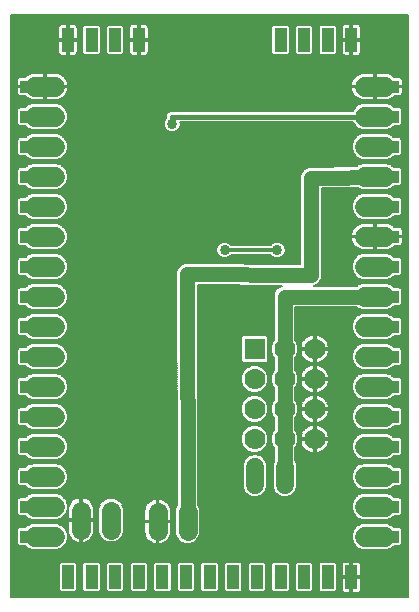
<source format=gbl>
G75*
%MOIN*%
%OFA0B0*%
%FSLAX25Y25*%
%IPPOS*%
%LPD*%
%AMOC8*
5,1,8,0,0,1.08239X$1,22.5*
%
%ADD10R,0.07000X0.07000*%
%ADD11C,0.07000*%
%ADD12R,0.03937X0.07874*%
%ADD13R,0.07874X0.03937*%
%ADD14C,0.06600*%
%ADD15C,0.01600*%
%ADD16C,0.06337*%
%ADD17C,0.06000*%
%ADD18C,0.05000*%
%ADD19C,0.00600*%
%ADD20C,0.03378*%
%ADD21C,0.01200*%
D10*
X0151433Y0136433D03*
D11*
X0151433Y0126433D03*
X0151433Y0116433D03*
X0151433Y0106433D03*
X0161433Y0106433D03*
X0161433Y0116433D03*
X0161433Y0126433D03*
X0161433Y0136433D03*
X0171433Y0136433D03*
X0171433Y0126433D03*
X0171433Y0116433D03*
X0171433Y0106433D03*
D12*
X0167929Y0060350D03*
X0160055Y0060350D03*
X0152181Y0060350D03*
X0144307Y0060350D03*
X0136433Y0060350D03*
X0128559Y0060350D03*
X0120685Y0060350D03*
X0112811Y0060350D03*
X0104937Y0060350D03*
X0097063Y0060350D03*
X0089189Y0060350D03*
X0175803Y0060350D03*
X0183677Y0060350D03*
X0183677Y0239484D03*
X0175803Y0239484D03*
X0167929Y0239484D03*
X0160055Y0239484D03*
X0112811Y0239484D03*
X0104937Y0239484D03*
X0097063Y0239484D03*
X0089189Y0239484D03*
D13*
X0077378Y0223933D03*
X0077378Y0213933D03*
X0077378Y0203933D03*
X0077378Y0193933D03*
X0077378Y0183933D03*
X0077378Y0173933D03*
X0077378Y0163933D03*
X0077378Y0153933D03*
X0077378Y0143933D03*
X0077378Y0133933D03*
X0077378Y0123933D03*
X0077378Y0113933D03*
X0077378Y0103933D03*
X0077378Y0093933D03*
X0077378Y0083933D03*
X0077378Y0073933D03*
X0195488Y0073933D03*
X0195488Y0083933D03*
X0195488Y0093933D03*
X0195488Y0103933D03*
X0195488Y0113933D03*
X0195488Y0123933D03*
X0195488Y0133933D03*
X0195488Y0143933D03*
X0195488Y0153933D03*
X0195488Y0163933D03*
X0195488Y0173933D03*
X0195488Y0183933D03*
X0195488Y0193933D03*
X0195488Y0203933D03*
X0195488Y0213933D03*
X0195488Y0223933D03*
D14*
X0194733Y0223933D02*
X0188133Y0223933D01*
X0188133Y0213933D02*
X0194733Y0213933D01*
X0194733Y0203933D02*
X0188133Y0203933D01*
X0188133Y0193933D02*
X0194733Y0193933D01*
X0194733Y0183933D02*
X0188133Y0183933D01*
X0188133Y0173933D02*
X0194733Y0173933D01*
X0194733Y0163933D02*
X0188133Y0163933D01*
X0188133Y0153933D02*
X0194733Y0153933D01*
X0194733Y0143933D02*
X0188133Y0143933D01*
X0188133Y0133933D02*
X0194733Y0133933D01*
X0194733Y0123933D02*
X0188133Y0123933D01*
X0188133Y0113933D02*
X0194733Y0113933D01*
X0194733Y0103933D02*
X0188133Y0103933D01*
X0188133Y0093933D02*
X0194733Y0093933D01*
X0194733Y0083933D02*
X0188133Y0083933D01*
X0188133Y0073933D02*
X0194733Y0073933D01*
X0084733Y0073933D02*
X0078133Y0073933D01*
X0078133Y0083933D02*
X0084733Y0083933D01*
X0084733Y0093933D02*
X0078133Y0093933D01*
X0078133Y0103933D02*
X0084733Y0103933D01*
X0084733Y0113933D02*
X0078133Y0113933D01*
X0078133Y0123933D02*
X0084733Y0123933D01*
X0084733Y0133933D02*
X0078133Y0133933D01*
X0078133Y0143933D02*
X0084733Y0143933D01*
X0084733Y0153933D02*
X0078133Y0153933D01*
X0078133Y0163933D02*
X0084733Y0163933D01*
X0084733Y0173933D02*
X0078133Y0173933D01*
X0078133Y0183933D02*
X0084733Y0183933D01*
X0084733Y0193933D02*
X0078133Y0193933D01*
X0078133Y0203933D02*
X0084733Y0203933D01*
X0084733Y0213933D02*
X0078133Y0213933D01*
X0078133Y0223933D02*
X0084733Y0223933D01*
D15*
X0123933Y0213933D02*
X0123933Y0211433D01*
X0123933Y0213933D02*
X0195488Y0213933D01*
X0081433Y0153933D02*
X0076433Y0153933D01*
X0076433Y0143933D02*
X0081433Y0143933D01*
X0081433Y0133933D02*
X0076433Y0133933D01*
X0076433Y0123933D02*
X0081433Y0123933D01*
X0081433Y0113933D02*
X0076433Y0113933D01*
D16*
X0093558Y0082552D02*
X0093558Y0076215D01*
X0103558Y0076215D02*
X0103558Y0082552D01*
X0119083Y0082102D02*
X0119083Y0075765D01*
X0129083Y0075765D02*
X0129083Y0082102D01*
D17*
X0151515Y0091228D02*
X0151515Y0097228D01*
X0161515Y0097228D02*
X0161515Y0091228D01*
D18*
X0161433Y0093933D02*
X0161433Y0106433D01*
X0161433Y0116433D01*
X0161433Y0126433D01*
X0161433Y0136433D01*
X0161433Y0153933D01*
X0195488Y0153933D01*
X0170232Y0161000D02*
X0170232Y0193500D01*
X0195488Y0193933D01*
X0170232Y0161000D02*
X0128933Y0161433D01*
X0129083Y0078933D01*
D19*
X0070183Y0053933D02*
X0070183Y0247683D01*
X0202683Y0247683D01*
X0202683Y0053933D01*
X0070183Y0053933D01*
X0070183Y0053959D02*
X0202683Y0053959D01*
X0202683Y0054557D02*
X0070183Y0054557D01*
X0070183Y0055156D02*
X0181379Y0055156D01*
X0181537Y0055113D02*
X0183377Y0055113D01*
X0183377Y0060050D01*
X0183977Y0060050D01*
X0183977Y0055113D01*
X0185817Y0055113D01*
X0186147Y0055202D01*
X0186444Y0055373D01*
X0186686Y0055615D01*
X0186857Y0055912D01*
X0186946Y0056242D01*
X0186946Y0060050D01*
X0183977Y0060050D01*
X0183977Y0060650D01*
X0186946Y0060650D01*
X0186946Y0064459D01*
X0186857Y0064789D01*
X0186686Y0065086D01*
X0186444Y0065328D01*
X0186147Y0065499D01*
X0185817Y0065587D01*
X0183977Y0065587D01*
X0183977Y0060650D01*
X0183377Y0060650D01*
X0183377Y0060050D01*
X0180409Y0060050D01*
X0180409Y0056242D01*
X0180497Y0055912D01*
X0180668Y0055615D01*
X0180910Y0055373D01*
X0181207Y0055202D01*
X0181537Y0055113D01*
X0180588Y0055754D02*
X0178668Y0055754D01*
X0178872Y0055958D02*
X0178872Y0064743D01*
X0178227Y0065387D01*
X0173379Y0065387D01*
X0172735Y0064743D01*
X0172735Y0055958D01*
X0173379Y0055313D01*
X0178227Y0055313D01*
X0178872Y0055958D01*
X0178872Y0056353D02*
X0180409Y0056353D01*
X0180409Y0056951D02*
X0178872Y0056951D01*
X0178872Y0057550D02*
X0180409Y0057550D01*
X0180409Y0058148D02*
X0178872Y0058148D01*
X0178872Y0058747D02*
X0180409Y0058747D01*
X0180409Y0059345D02*
X0178872Y0059345D01*
X0178872Y0059944D02*
X0180409Y0059944D01*
X0180409Y0060650D02*
X0180409Y0064459D01*
X0180497Y0064789D01*
X0180668Y0065086D01*
X0180910Y0065328D01*
X0181207Y0065499D01*
X0181537Y0065587D01*
X0183377Y0065587D01*
X0183377Y0060650D01*
X0180409Y0060650D01*
X0180409Y0061141D02*
X0178872Y0061141D01*
X0178872Y0060543D02*
X0183377Y0060543D01*
X0183377Y0061141D02*
X0183977Y0061141D01*
X0183977Y0060543D02*
X0202683Y0060543D01*
X0202683Y0061141D02*
X0186946Y0061141D01*
X0186946Y0061740D02*
X0202683Y0061740D01*
X0202683Y0062338D02*
X0186946Y0062338D01*
X0186946Y0062937D02*
X0202683Y0062937D01*
X0202683Y0063535D02*
X0186946Y0063535D01*
X0186946Y0064134D02*
X0202683Y0064134D01*
X0202683Y0064732D02*
X0186872Y0064732D01*
X0186439Y0065331D02*
X0202683Y0065331D01*
X0202683Y0065929D02*
X0070183Y0065929D01*
X0070183Y0065331D02*
X0086708Y0065331D01*
X0086765Y0065387D02*
X0086120Y0064743D01*
X0086120Y0055958D01*
X0086765Y0055313D01*
X0091613Y0055313D01*
X0092257Y0055958D01*
X0092257Y0064743D01*
X0091613Y0065387D01*
X0086765Y0065387D01*
X0086120Y0064732D02*
X0070183Y0064732D01*
X0070183Y0064134D02*
X0086120Y0064134D01*
X0086120Y0063535D02*
X0070183Y0063535D01*
X0070183Y0062937D02*
X0086120Y0062937D01*
X0086120Y0062338D02*
X0070183Y0062338D01*
X0070183Y0061740D02*
X0086120Y0061740D01*
X0086120Y0061141D02*
X0070183Y0061141D01*
X0070183Y0060543D02*
X0086120Y0060543D01*
X0086120Y0059944D02*
X0070183Y0059944D01*
X0070183Y0059345D02*
X0086120Y0059345D01*
X0086120Y0058747D02*
X0070183Y0058747D01*
X0070183Y0058148D02*
X0086120Y0058148D01*
X0086120Y0057550D02*
X0070183Y0057550D01*
X0070183Y0056951D02*
X0086120Y0056951D01*
X0086120Y0056353D02*
X0070183Y0056353D01*
X0070183Y0055754D02*
X0086324Y0055754D01*
X0092054Y0055754D02*
X0094198Y0055754D01*
X0093994Y0055958D02*
X0094639Y0055313D01*
X0099487Y0055313D01*
X0100131Y0055958D01*
X0100131Y0064743D01*
X0099487Y0065387D01*
X0094639Y0065387D01*
X0093994Y0064743D01*
X0093994Y0055958D01*
X0093994Y0056353D02*
X0092257Y0056353D01*
X0092257Y0056951D02*
X0093994Y0056951D01*
X0093994Y0057550D02*
X0092257Y0057550D01*
X0092257Y0058148D02*
X0093994Y0058148D01*
X0093994Y0058747D02*
X0092257Y0058747D01*
X0092257Y0059345D02*
X0093994Y0059345D01*
X0093994Y0059944D02*
X0092257Y0059944D01*
X0092257Y0060543D02*
X0093994Y0060543D01*
X0093994Y0061141D02*
X0092257Y0061141D01*
X0092257Y0061740D02*
X0093994Y0061740D01*
X0093994Y0062338D02*
X0092257Y0062338D01*
X0092257Y0062937D02*
X0093994Y0062937D01*
X0093994Y0063535D02*
X0092257Y0063535D01*
X0092257Y0064134D02*
X0093994Y0064134D01*
X0093994Y0064732D02*
X0092257Y0064732D01*
X0091670Y0065331D02*
X0094582Y0065331D01*
X0099544Y0065331D02*
X0102456Y0065331D01*
X0102513Y0065387D02*
X0101869Y0064743D01*
X0101869Y0055958D01*
X0102513Y0055313D01*
X0107361Y0055313D01*
X0108005Y0055958D01*
X0108005Y0064743D01*
X0107361Y0065387D01*
X0102513Y0065387D01*
X0101869Y0064732D02*
X0100131Y0064732D01*
X0100131Y0064134D02*
X0101869Y0064134D01*
X0101869Y0063535D02*
X0100131Y0063535D01*
X0100131Y0062937D02*
X0101869Y0062937D01*
X0101869Y0062338D02*
X0100131Y0062338D01*
X0100131Y0061740D02*
X0101869Y0061740D01*
X0101869Y0061141D02*
X0100131Y0061141D01*
X0100131Y0060543D02*
X0101869Y0060543D01*
X0101869Y0059944D02*
X0100131Y0059944D01*
X0100131Y0059345D02*
X0101869Y0059345D01*
X0101869Y0058747D02*
X0100131Y0058747D01*
X0100131Y0058148D02*
X0101869Y0058148D01*
X0101869Y0057550D02*
X0100131Y0057550D01*
X0100131Y0056951D02*
X0101869Y0056951D01*
X0101869Y0056353D02*
X0100131Y0056353D01*
X0099928Y0055754D02*
X0102072Y0055754D01*
X0107802Y0055754D02*
X0109946Y0055754D01*
X0109743Y0055958D02*
X0110387Y0055313D01*
X0115235Y0055313D01*
X0115880Y0055958D01*
X0115880Y0064743D01*
X0115235Y0065387D01*
X0110387Y0065387D01*
X0109743Y0064743D01*
X0109743Y0055958D01*
X0109743Y0056353D02*
X0108005Y0056353D01*
X0108005Y0056951D02*
X0109743Y0056951D01*
X0109743Y0057550D02*
X0108005Y0057550D01*
X0108005Y0058148D02*
X0109743Y0058148D01*
X0109743Y0058747D02*
X0108005Y0058747D01*
X0108005Y0059345D02*
X0109743Y0059345D01*
X0109743Y0059944D02*
X0108005Y0059944D01*
X0108005Y0060543D02*
X0109743Y0060543D01*
X0109743Y0061141D02*
X0108005Y0061141D01*
X0108005Y0061740D02*
X0109743Y0061740D01*
X0109743Y0062338D02*
X0108005Y0062338D01*
X0108005Y0062937D02*
X0109743Y0062937D01*
X0109743Y0063535D02*
X0108005Y0063535D01*
X0108005Y0064134D02*
X0109743Y0064134D01*
X0109743Y0064732D02*
X0108005Y0064732D01*
X0107418Y0065331D02*
X0110330Y0065331D01*
X0115292Y0065331D02*
X0118204Y0065331D01*
X0118261Y0065387D02*
X0117617Y0064743D01*
X0117617Y0055958D01*
X0118261Y0055313D01*
X0123109Y0055313D01*
X0123754Y0055958D01*
X0123754Y0064743D01*
X0123109Y0065387D01*
X0118261Y0065387D01*
X0117617Y0064732D02*
X0115880Y0064732D01*
X0115880Y0064134D02*
X0117617Y0064134D01*
X0117617Y0063535D02*
X0115880Y0063535D01*
X0115880Y0062937D02*
X0117617Y0062937D01*
X0117617Y0062338D02*
X0115880Y0062338D01*
X0115880Y0061740D02*
X0117617Y0061740D01*
X0117617Y0061141D02*
X0115880Y0061141D01*
X0115880Y0060543D02*
X0117617Y0060543D01*
X0117617Y0059944D02*
X0115880Y0059944D01*
X0115880Y0059345D02*
X0117617Y0059345D01*
X0117617Y0058747D02*
X0115880Y0058747D01*
X0115880Y0058148D02*
X0117617Y0058148D01*
X0117617Y0057550D02*
X0115880Y0057550D01*
X0115880Y0056951D02*
X0117617Y0056951D01*
X0117617Y0056353D02*
X0115880Y0056353D01*
X0115676Y0055754D02*
X0117820Y0055754D01*
X0123550Y0055754D02*
X0125694Y0055754D01*
X0125491Y0055958D02*
X0126135Y0055313D01*
X0130983Y0055313D01*
X0131628Y0055958D01*
X0131628Y0064743D01*
X0130983Y0065387D01*
X0126135Y0065387D01*
X0125491Y0064743D01*
X0125491Y0055958D01*
X0125491Y0056353D02*
X0123754Y0056353D01*
X0123754Y0056951D02*
X0125491Y0056951D01*
X0125491Y0057550D02*
X0123754Y0057550D01*
X0123754Y0058148D02*
X0125491Y0058148D01*
X0125491Y0058747D02*
X0123754Y0058747D01*
X0123754Y0059345D02*
X0125491Y0059345D01*
X0125491Y0059944D02*
X0123754Y0059944D01*
X0123754Y0060543D02*
X0125491Y0060543D01*
X0125491Y0061141D02*
X0123754Y0061141D01*
X0123754Y0061740D02*
X0125491Y0061740D01*
X0125491Y0062338D02*
X0123754Y0062338D01*
X0123754Y0062937D02*
X0125491Y0062937D01*
X0125491Y0063535D02*
X0123754Y0063535D01*
X0123754Y0064134D02*
X0125491Y0064134D01*
X0125491Y0064732D02*
X0123754Y0064732D01*
X0123166Y0065331D02*
X0126078Y0065331D01*
X0131040Y0065331D02*
X0133952Y0065331D01*
X0134009Y0065387D02*
X0133365Y0064743D01*
X0133365Y0055958D01*
X0134009Y0055313D01*
X0138857Y0055313D01*
X0139502Y0055958D01*
X0139502Y0064743D01*
X0138857Y0065387D01*
X0134009Y0065387D01*
X0133365Y0064732D02*
X0131628Y0064732D01*
X0131628Y0064134D02*
X0133365Y0064134D01*
X0133365Y0063535D02*
X0131628Y0063535D01*
X0131628Y0062937D02*
X0133365Y0062937D01*
X0133365Y0062338D02*
X0131628Y0062338D01*
X0131628Y0061740D02*
X0133365Y0061740D01*
X0133365Y0061141D02*
X0131628Y0061141D01*
X0131628Y0060543D02*
X0133365Y0060543D01*
X0133365Y0059944D02*
X0131628Y0059944D01*
X0131628Y0059345D02*
X0133365Y0059345D01*
X0133365Y0058747D02*
X0131628Y0058747D01*
X0131628Y0058148D02*
X0133365Y0058148D01*
X0133365Y0057550D02*
X0131628Y0057550D01*
X0131628Y0056951D02*
X0133365Y0056951D01*
X0133365Y0056353D02*
X0131628Y0056353D01*
X0131424Y0055754D02*
X0133568Y0055754D01*
X0139298Y0055754D02*
X0141442Y0055754D01*
X0141239Y0055958D02*
X0141883Y0055313D01*
X0146731Y0055313D01*
X0147376Y0055958D01*
X0147376Y0064743D01*
X0146731Y0065387D01*
X0141883Y0065387D01*
X0141239Y0064743D01*
X0141239Y0055958D01*
X0141239Y0056353D02*
X0139502Y0056353D01*
X0139502Y0056951D02*
X0141239Y0056951D01*
X0141239Y0057550D02*
X0139502Y0057550D01*
X0139502Y0058148D02*
X0141239Y0058148D01*
X0141239Y0058747D02*
X0139502Y0058747D01*
X0139502Y0059345D02*
X0141239Y0059345D01*
X0141239Y0059944D02*
X0139502Y0059944D01*
X0139502Y0060543D02*
X0141239Y0060543D01*
X0141239Y0061141D02*
X0139502Y0061141D01*
X0139502Y0061740D02*
X0141239Y0061740D01*
X0141239Y0062338D02*
X0139502Y0062338D01*
X0139502Y0062937D02*
X0141239Y0062937D01*
X0141239Y0063535D02*
X0139502Y0063535D01*
X0139502Y0064134D02*
X0141239Y0064134D01*
X0141239Y0064732D02*
X0139502Y0064732D01*
X0138914Y0065331D02*
X0141826Y0065331D01*
X0146788Y0065331D02*
X0149700Y0065331D01*
X0149757Y0065387D02*
X0149113Y0064743D01*
X0149113Y0055958D01*
X0149757Y0055313D01*
X0154605Y0055313D01*
X0155250Y0055958D01*
X0155250Y0064743D01*
X0154605Y0065387D01*
X0149757Y0065387D01*
X0149113Y0064732D02*
X0147376Y0064732D01*
X0147376Y0064134D02*
X0149113Y0064134D01*
X0149113Y0063535D02*
X0147376Y0063535D01*
X0147376Y0062937D02*
X0149113Y0062937D01*
X0149113Y0062338D02*
X0147376Y0062338D01*
X0147376Y0061740D02*
X0149113Y0061740D01*
X0149113Y0061141D02*
X0147376Y0061141D01*
X0147376Y0060543D02*
X0149113Y0060543D01*
X0149113Y0059944D02*
X0147376Y0059944D01*
X0147376Y0059345D02*
X0149113Y0059345D01*
X0149113Y0058747D02*
X0147376Y0058747D01*
X0147376Y0058148D02*
X0149113Y0058148D01*
X0149113Y0057550D02*
X0147376Y0057550D01*
X0147376Y0056951D02*
X0149113Y0056951D01*
X0149113Y0056353D02*
X0147376Y0056353D01*
X0147172Y0055754D02*
X0149316Y0055754D01*
X0155046Y0055754D02*
X0157190Y0055754D01*
X0156987Y0055958D02*
X0157631Y0055313D01*
X0162479Y0055313D01*
X0163124Y0055958D01*
X0163124Y0064743D01*
X0162479Y0065387D01*
X0157631Y0065387D01*
X0156987Y0064743D01*
X0156987Y0055958D01*
X0156987Y0056353D02*
X0155250Y0056353D01*
X0155250Y0056951D02*
X0156987Y0056951D01*
X0156987Y0057550D02*
X0155250Y0057550D01*
X0155250Y0058148D02*
X0156987Y0058148D01*
X0156987Y0058747D02*
X0155250Y0058747D01*
X0155250Y0059345D02*
X0156987Y0059345D01*
X0156987Y0059944D02*
X0155250Y0059944D01*
X0155250Y0060543D02*
X0156987Y0060543D01*
X0156987Y0061141D02*
X0155250Y0061141D01*
X0155250Y0061740D02*
X0156987Y0061740D01*
X0156987Y0062338D02*
X0155250Y0062338D01*
X0155250Y0062937D02*
X0156987Y0062937D01*
X0156987Y0063535D02*
X0155250Y0063535D01*
X0155250Y0064134D02*
X0156987Y0064134D01*
X0156987Y0064732D02*
X0155250Y0064732D01*
X0154662Y0065331D02*
X0157574Y0065331D01*
X0162536Y0065331D02*
X0165448Y0065331D01*
X0165505Y0065387D02*
X0164861Y0064743D01*
X0164861Y0055958D01*
X0165505Y0055313D01*
X0170353Y0055313D01*
X0170998Y0055958D01*
X0170998Y0064743D01*
X0170353Y0065387D01*
X0165505Y0065387D01*
X0164861Y0064732D02*
X0163124Y0064732D01*
X0163124Y0064134D02*
X0164861Y0064134D01*
X0164861Y0063535D02*
X0163124Y0063535D01*
X0163124Y0062937D02*
X0164861Y0062937D01*
X0164861Y0062338D02*
X0163124Y0062338D01*
X0163124Y0061740D02*
X0164861Y0061740D01*
X0164861Y0061141D02*
X0163124Y0061141D01*
X0163124Y0060543D02*
X0164861Y0060543D01*
X0164861Y0059944D02*
X0163124Y0059944D01*
X0163124Y0059345D02*
X0164861Y0059345D01*
X0164861Y0058747D02*
X0163124Y0058747D01*
X0163124Y0058148D02*
X0164861Y0058148D01*
X0164861Y0057550D02*
X0163124Y0057550D01*
X0163124Y0056951D02*
X0164861Y0056951D01*
X0164861Y0056353D02*
X0163124Y0056353D01*
X0162920Y0055754D02*
X0165064Y0055754D01*
X0170794Y0055754D02*
X0172938Y0055754D01*
X0172735Y0056353D02*
X0170998Y0056353D01*
X0170998Y0056951D02*
X0172735Y0056951D01*
X0172735Y0057550D02*
X0170998Y0057550D01*
X0170998Y0058148D02*
X0172735Y0058148D01*
X0172735Y0058747D02*
X0170998Y0058747D01*
X0170998Y0059345D02*
X0172735Y0059345D01*
X0172735Y0059944D02*
X0170998Y0059944D01*
X0170998Y0060543D02*
X0172735Y0060543D01*
X0172735Y0061141D02*
X0170998Y0061141D01*
X0170998Y0061740D02*
X0172735Y0061740D01*
X0172735Y0062338D02*
X0170998Y0062338D01*
X0170998Y0062937D02*
X0172735Y0062937D01*
X0172735Y0063535D02*
X0170998Y0063535D01*
X0170998Y0064134D02*
X0172735Y0064134D01*
X0172735Y0064732D02*
X0170998Y0064732D01*
X0170410Y0065331D02*
X0173322Y0065331D01*
X0178284Y0065331D02*
X0180916Y0065331D01*
X0180482Y0064732D02*
X0178872Y0064732D01*
X0178872Y0064134D02*
X0180409Y0064134D01*
X0180409Y0063535D02*
X0178872Y0063535D01*
X0178872Y0062937D02*
X0180409Y0062937D01*
X0180409Y0062338D02*
X0178872Y0062338D01*
X0178872Y0061740D02*
X0180409Y0061740D01*
X0183377Y0061740D02*
X0183977Y0061740D01*
X0183977Y0062338D02*
X0183377Y0062338D01*
X0183377Y0062937D02*
X0183977Y0062937D01*
X0183977Y0063535D02*
X0183377Y0063535D01*
X0183377Y0064134D02*
X0183977Y0064134D01*
X0183977Y0064732D02*
X0183377Y0064732D01*
X0183377Y0065331D02*
X0183977Y0065331D01*
X0185844Y0070119D02*
X0087022Y0070119D01*
X0087225Y0070203D02*
X0088463Y0071441D01*
X0089133Y0073058D01*
X0089133Y0074808D01*
X0088463Y0076425D01*
X0087225Y0077663D01*
X0085608Y0078333D01*
X0077258Y0078333D01*
X0075641Y0077663D01*
X0074979Y0077002D01*
X0072985Y0077002D01*
X0072341Y0076357D01*
X0072341Y0071509D01*
X0072985Y0070865D01*
X0074979Y0070865D01*
X0075641Y0070203D01*
X0077258Y0069533D01*
X0085608Y0069533D01*
X0087225Y0070203D01*
X0087740Y0070717D02*
X0185126Y0070717D01*
X0185641Y0070203D02*
X0187258Y0069533D01*
X0195608Y0069533D01*
X0197225Y0070203D01*
X0197887Y0070865D01*
X0199881Y0070865D01*
X0200525Y0071509D01*
X0200525Y0076357D01*
X0199881Y0077002D01*
X0197887Y0077002D01*
X0197225Y0077663D01*
X0195608Y0078333D01*
X0187258Y0078333D01*
X0185641Y0077663D01*
X0184403Y0076425D01*
X0183733Y0074808D01*
X0183733Y0073058D01*
X0184403Y0071441D01*
X0185641Y0070203D01*
X0184528Y0071316D02*
X0119559Y0071316D01*
X0119435Y0071296D02*
X0120129Y0071406D01*
X0120798Y0071623D01*
X0121425Y0071943D01*
X0121994Y0072356D01*
X0122491Y0072854D01*
X0122905Y0073423D01*
X0123224Y0074049D01*
X0123442Y0074718D01*
X0123552Y0075413D01*
X0123552Y0078633D01*
X0119383Y0078633D01*
X0119383Y0071296D01*
X0119435Y0071296D01*
X0119383Y0071316D02*
X0118783Y0071316D01*
X0118783Y0071296D02*
X0118783Y0078633D01*
X0114615Y0078633D01*
X0114615Y0075413D01*
X0114725Y0074718D01*
X0114942Y0074049D01*
X0115261Y0073423D01*
X0115675Y0072854D01*
X0116172Y0072356D01*
X0116741Y0071943D01*
X0117368Y0071623D01*
X0118037Y0071406D01*
X0118731Y0071296D01*
X0118783Y0071296D01*
X0118607Y0071316D02*
X0088338Y0071316D01*
X0088659Y0071914D02*
X0092333Y0071914D01*
X0092512Y0071856D02*
X0093206Y0071746D01*
X0093258Y0071746D01*
X0093258Y0079083D01*
X0089090Y0079083D01*
X0089090Y0075863D01*
X0089200Y0075168D01*
X0089417Y0074499D01*
X0089736Y0073873D01*
X0090150Y0073304D01*
X0090647Y0072806D01*
X0091216Y0072393D01*
X0091843Y0072073D01*
X0092512Y0071856D01*
X0093258Y0071914D02*
X0093858Y0071914D01*
X0093858Y0071746D02*
X0093910Y0071746D01*
X0094604Y0071856D01*
X0095273Y0072073D01*
X0095900Y0072393D01*
X0096469Y0072806D01*
X0096966Y0073304D01*
X0097380Y0073873D01*
X0097699Y0074499D01*
X0097917Y0075168D01*
X0098027Y0075863D01*
X0098027Y0079083D01*
X0093858Y0079083D01*
X0093858Y0071746D01*
X0093858Y0072513D02*
X0093258Y0072513D01*
X0093258Y0073111D02*
X0093858Y0073111D01*
X0093858Y0073710D02*
X0093258Y0073710D01*
X0093258Y0074308D02*
X0093858Y0074308D01*
X0093858Y0074907D02*
X0093258Y0074907D01*
X0093258Y0075505D02*
X0093858Y0075505D01*
X0093858Y0076104D02*
X0093258Y0076104D01*
X0093258Y0076702D02*
X0093858Y0076702D01*
X0093858Y0077301D02*
X0093258Y0077301D01*
X0093258Y0077899D02*
X0093858Y0077899D01*
X0093858Y0078498D02*
X0093258Y0078498D01*
X0093258Y0079083D02*
X0093858Y0079083D01*
X0093858Y0079683D01*
X0093258Y0079683D01*
X0093258Y0079083D01*
X0093258Y0079096D02*
X0070183Y0079096D01*
X0070183Y0078498D02*
X0089090Y0078498D01*
X0089090Y0077899D02*
X0086655Y0077899D01*
X0087588Y0077301D02*
X0089090Y0077301D01*
X0089090Y0076702D02*
X0088186Y0076702D01*
X0088596Y0076104D02*
X0089090Y0076104D01*
X0089146Y0075505D02*
X0088844Y0075505D01*
X0089092Y0074907D02*
X0089285Y0074907D01*
X0089133Y0074308D02*
X0089514Y0074308D01*
X0089855Y0073710D02*
X0089133Y0073710D01*
X0089133Y0073111D02*
X0090342Y0073111D01*
X0091051Y0072513D02*
X0088907Y0072513D01*
X0089090Y0079683D02*
X0093258Y0079683D01*
X0093258Y0087020D01*
X0093206Y0087020D01*
X0092512Y0086910D01*
X0091843Y0086693D01*
X0091216Y0086373D01*
X0090647Y0085960D01*
X0090150Y0085463D01*
X0089736Y0084894D01*
X0089417Y0084267D01*
X0089200Y0083598D01*
X0089133Y0083178D01*
X0089133Y0084808D01*
X0088463Y0086425D01*
X0087225Y0087663D01*
X0085608Y0088333D01*
X0077258Y0088333D01*
X0075641Y0087663D01*
X0074979Y0087002D01*
X0072985Y0087002D01*
X0072341Y0086357D01*
X0072341Y0081509D01*
X0072985Y0080865D01*
X0074979Y0080865D01*
X0075641Y0080203D01*
X0077258Y0079533D01*
X0085608Y0079533D01*
X0087225Y0080203D01*
X0088463Y0081441D01*
X0089102Y0082984D01*
X0089090Y0082903D01*
X0089090Y0079683D01*
X0089090Y0079695D02*
X0085999Y0079695D01*
X0087316Y0080293D02*
X0089090Y0080293D01*
X0089090Y0080892D02*
X0087914Y0080892D01*
X0088484Y0081490D02*
X0089090Y0081490D01*
X0089090Y0082089D02*
X0088732Y0082089D01*
X0088980Y0082687D02*
X0089090Y0082687D01*
X0089133Y0083286D02*
X0089150Y0083286D01*
X0089133Y0083884D02*
X0089293Y0083884D01*
X0089133Y0084483D02*
X0089527Y0084483D01*
X0089873Y0085081D02*
X0089020Y0085081D01*
X0088772Y0085680D02*
X0090367Y0085680D01*
X0091085Y0086279D02*
X0088524Y0086279D01*
X0088012Y0086877D02*
X0092410Y0086877D01*
X0093258Y0086877D02*
X0093858Y0086877D01*
X0093858Y0087020D02*
X0093858Y0079683D01*
X0098027Y0079683D01*
X0098027Y0082903D01*
X0097917Y0083598D01*
X0097699Y0084267D01*
X0097380Y0084894D01*
X0096966Y0085463D01*
X0096469Y0085960D01*
X0095900Y0086373D01*
X0095273Y0086693D01*
X0094604Y0086910D01*
X0093910Y0087020D01*
X0093858Y0087020D01*
X0093858Y0086279D02*
X0093258Y0086279D01*
X0093258Y0085680D02*
X0093858Y0085680D01*
X0093858Y0085081D02*
X0093258Y0085081D01*
X0093258Y0084483D02*
X0093858Y0084483D01*
X0093858Y0083884D02*
X0093258Y0083884D01*
X0093258Y0083286D02*
X0093858Y0083286D01*
X0093858Y0082687D02*
X0093258Y0082687D01*
X0093258Y0082089D02*
X0093858Y0082089D01*
X0093858Y0081490D02*
X0093258Y0081490D01*
X0093258Y0080892D02*
X0093858Y0080892D01*
X0093858Y0080293D02*
X0093258Y0080293D01*
X0093258Y0079695D02*
X0093858Y0079695D01*
X0093858Y0079096D02*
X0099290Y0079096D01*
X0099290Y0078498D02*
X0098027Y0078498D01*
X0098027Y0077899D02*
X0099290Y0077899D01*
X0099290Y0077301D02*
X0098027Y0077301D01*
X0098027Y0076702D02*
X0099290Y0076702D01*
X0099290Y0076104D02*
X0098027Y0076104D01*
X0097970Y0075505D02*
X0099290Y0075505D01*
X0099290Y0075366D02*
X0099939Y0073797D01*
X0101140Y0072596D01*
X0102709Y0071946D01*
X0104407Y0071946D01*
X0105976Y0072596D01*
X0107177Y0073797D01*
X0107827Y0075366D01*
X0107827Y0083401D01*
X0107177Y0084969D01*
X0105976Y0086170D01*
X0104407Y0086820D01*
X0102709Y0086820D01*
X0101140Y0086170D01*
X0099939Y0084969D01*
X0099290Y0083401D01*
X0099290Y0075366D01*
X0099480Y0074907D02*
X0097832Y0074907D01*
X0097602Y0074308D02*
X0099727Y0074308D01*
X0100026Y0073710D02*
X0097262Y0073710D01*
X0096774Y0073111D02*
X0100625Y0073111D01*
X0101341Y0072513D02*
X0096065Y0072513D01*
X0094783Y0071914D02*
X0116797Y0071914D01*
X0116015Y0072513D02*
X0105775Y0072513D01*
X0106491Y0073111D02*
X0115487Y0073111D01*
X0115115Y0073710D02*
X0107090Y0073710D01*
X0107389Y0074308D02*
X0114858Y0074308D01*
X0114695Y0074907D02*
X0107637Y0074907D01*
X0107827Y0075505D02*
X0114615Y0075505D01*
X0114615Y0076104D02*
X0107827Y0076104D01*
X0107827Y0076702D02*
X0114615Y0076702D01*
X0114615Y0077301D02*
X0107827Y0077301D01*
X0107827Y0077899D02*
X0114615Y0077899D01*
X0114615Y0078498D02*
X0107827Y0078498D01*
X0107827Y0079096D02*
X0118783Y0079096D01*
X0118783Y0079233D02*
X0118783Y0078633D01*
X0119383Y0078633D01*
X0119383Y0079233D01*
X0118783Y0079233D01*
X0114615Y0079233D01*
X0114615Y0082453D01*
X0114725Y0083148D01*
X0114942Y0083817D01*
X0115261Y0084444D01*
X0115675Y0085013D01*
X0116172Y0085510D01*
X0116741Y0085923D01*
X0117368Y0086243D01*
X0118037Y0086460D01*
X0118731Y0086570D01*
X0118783Y0086570D01*
X0118783Y0079233D01*
X0118783Y0079695D02*
X0119383Y0079695D01*
X0119383Y0079233D02*
X0119383Y0086570D01*
X0119435Y0086570D01*
X0120129Y0086460D01*
X0120798Y0086243D01*
X0121425Y0085923D01*
X0121994Y0085510D01*
X0122491Y0085013D01*
X0122905Y0084444D01*
X0123224Y0083817D01*
X0123442Y0083148D01*
X0123552Y0082453D01*
X0123552Y0079233D01*
X0119383Y0079233D01*
X0119383Y0079096D02*
X0124815Y0079096D01*
X0124815Y0078498D02*
X0123552Y0078498D01*
X0123552Y0077899D02*
X0124815Y0077899D01*
X0124815Y0077301D02*
X0123552Y0077301D01*
X0123552Y0076702D02*
X0124815Y0076702D01*
X0124815Y0076104D02*
X0123552Y0076104D01*
X0123552Y0075505D02*
X0124815Y0075505D01*
X0124815Y0074916D02*
X0125464Y0073347D01*
X0126665Y0072146D01*
X0128234Y0071496D01*
X0129932Y0071496D01*
X0131501Y0072146D01*
X0132702Y0073347D01*
X0133352Y0074916D01*
X0133352Y0082951D01*
X0132702Y0084519D01*
X0132673Y0084548D01*
X0132540Y0157795D01*
X0160638Y0157500D01*
X0159394Y0156985D01*
X0158381Y0155972D01*
X0157833Y0154649D01*
X0157833Y0139338D01*
X0157533Y0139039D01*
X0156833Y0137348D01*
X0156833Y0135518D01*
X0157533Y0133827D01*
X0157833Y0133528D01*
X0157833Y0129338D01*
X0157533Y0129039D01*
X0156833Y0127348D01*
X0156833Y0125518D01*
X0157533Y0123827D01*
X0157833Y0123528D01*
X0157833Y0119338D01*
X0157533Y0119039D01*
X0156833Y0117348D01*
X0156833Y0115518D01*
X0157533Y0113827D01*
X0157833Y0113528D01*
X0157833Y0109338D01*
X0157533Y0109039D01*
X0156833Y0107348D01*
X0156833Y0105518D01*
X0157533Y0103827D01*
X0157833Y0103528D01*
X0157833Y0099053D01*
X0157415Y0098043D01*
X0157415Y0090412D01*
X0158039Y0088905D01*
X0159192Y0087752D01*
X0160699Y0087128D01*
X0162330Y0087128D01*
X0163837Y0087752D01*
X0164991Y0088905D01*
X0165615Y0090412D01*
X0165615Y0098043D01*
X0165033Y0099448D01*
X0165033Y0103528D01*
X0165333Y0103827D01*
X0166033Y0105518D01*
X0166033Y0107348D01*
X0165333Y0109039D01*
X0165033Y0109338D01*
X0165033Y0113528D01*
X0165333Y0113827D01*
X0166033Y0115518D01*
X0166033Y0117348D01*
X0165333Y0119039D01*
X0165033Y0119338D01*
X0165033Y0123528D01*
X0165333Y0123827D01*
X0166033Y0125518D01*
X0166033Y0127348D01*
X0165333Y0129039D01*
X0165033Y0129338D01*
X0165033Y0133528D01*
X0165333Y0133827D01*
X0166033Y0135518D01*
X0166033Y0137348D01*
X0165333Y0139039D01*
X0165033Y0139338D01*
X0165033Y0150333D01*
X0185511Y0150333D01*
X0185641Y0150203D01*
X0187258Y0149533D01*
X0195608Y0149533D01*
X0197225Y0150203D01*
X0197887Y0150865D01*
X0199881Y0150865D01*
X0200525Y0151509D01*
X0200525Y0156357D01*
X0199881Y0157002D01*
X0197887Y0157002D01*
X0197225Y0157663D01*
X0195608Y0158333D01*
X0187258Y0158333D01*
X0185641Y0157663D01*
X0185511Y0157533D01*
X0171270Y0157533D01*
X0171592Y0157667D01*
X0172239Y0157927D01*
X0172253Y0157941D01*
X0172272Y0157948D01*
X0172765Y0158441D01*
X0173263Y0158929D01*
X0173270Y0158947D01*
X0173284Y0158961D01*
X0173551Y0159605D01*
X0173825Y0160246D01*
X0173825Y0160266D01*
X0173832Y0160284D01*
X0173832Y0160981D01*
X0173840Y0161678D01*
X0173832Y0161696D01*
X0173832Y0189961D01*
X0185732Y0190165D01*
X0187258Y0189533D01*
X0195608Y0189533D01*
X0197225Y0190203D01*
X0197887Y0190865D01*
X0199881Y0190865D01*
X0200525Y0191509D01*
X0200525Y0196357D01*
X0199881Y0197002D01*
X0197887Y0197002D01*
X0197225Y0197663D01*
X0195608Y0198333D01*
X0187258Y0198333D01*
X0185641Y0197663D01*
X0185337Y0197360D01*
X0170201Y0197100D01*
X0169516Y0197100D01*
X0169487Y0197088D01*
X0169455Y0197087D01*
X0168826Y0196814D01*
X0168193Y0196552D01*
X0168170Y0196529D01*
X0168141Y0196517D01*
X0167665Y0196024D01*
X0167180Y0195539D01*
X0167168Y0195510D01*
X0167146Y0195487D01*
X0166894Y0194849D01*
X0166632Y0194216D01*
X0166632Y0194184D01*
X0166621Y0194154D01*
X0166632Y0193469D01*
X0166632Y0164638D01*
X0129664Y0165026D01*
X0129643Y0165034D01*
X0128948Y0165033D01*
X0128255Y0165040D01*
X0128233Y0165032D01*
X0128210Y0165032D01*
X0127570Y0164765D01*
X0126926Y0164506D01*
X0126910Y0164490D01*
X0126888Y0164481D01*
X0126399Y0163990D01*
X0125903Y0163504D01*
X0125894Y0163483D01*
X0125877Y0163467D01*
X0125613Y0162826D01*
X0125341Y0162187D01*
X0125341Y0162164D01*
X0125332Y0162143D01*
X0125333Y0161449D01*
X0125326Y0160755D01*
X0125334Y0160733D01*
X0125473Y0084528D01*
X0125464Y0084519D01*
X0124815Y0082951D01*
X0124815Y0074916D01*
X0124818Y0074907D02*
X0123471Y0074907D01*
X0123308Y0074308D02*
X0125066Y0074308D01*
X0125314Y0073710D02*
X0123051Y0073710D01*
X0122679Y0073111D02*
X0125700Y0073111D01*
X0126298Y0072513D02*
X0122151Y0072513D01*
X0121369Y0071914D02*
X0127224Y0071914D01*
X0130942Y0071914D02*
X0184207Y0071914D01*
X0183959Y0072513D02*
X0131868Y0072513D01*
X0132466Y0073111D02*
X0183733Y0073111D01*
X0183733Y0073710D02*
X0132852Y0073710D01*
X0133100Y0074308D02*
X0183733Y0074308D01*
X0183774Y0074907D02*
X0133348Y0074907D01*
X0133352Y0075505D02*
X0184022Y0075505D01*
X0184270Y0076104D02*
X0133352Y0076104D01*
X0133352Y0076702D02*
X0184680Y0076702D01*
X0185278Y0077301D02*
X0133352Y0077301D01*
X0133352Y0077899D02*
X0186211Y0077899D01*
X0186867Y0079695D02*
X0133352Y0079695D01*
X0133352Y0080293D02*
X0185550Y0080293D01*
X0185641Y0080203D02*
X0187258Y0079533D01*
X0195608Y0079533D01*
X0197225Y0080203D01*
X0197887Y0080865D01*
X0199881Y0080865D01*
X0200525Y0081509D01*
X0200525Y0086357D01*
X0199881Y0087002D01*
X0197887Y0087002D01*
X0197225Y0087663D01*
X0195608Y0088333D01*
X0187258Y0088333D01*
X0185641Y0087663D01*
X0184403Y0086425D01*
X0183733Y0084808D01*
X0183733Y0083058D01*
X0184403Y0081441D01*
X0185641Y0080203D01*
X0184952Y0080892D02*
X0133352Y0080892D01*
X0133352Y0081490D02*
X0184382Y0081490D01*
X0184134Y0082089D02*
X0133352Y0082089D01*
X0133352Y0082687D02*
X0183886Y0082687D01*
X0183733Y0083286D02*
X0133213Y0083286D01*
X0132965Y0083884D02*
X0183733Y0083884D01*
X0183733Y0084483D02*
X0132717Y0084483D01*
X0132672Y0085081D02*
X0183846Y0085081D01*
X0184094Y0085680D02*
X0132671Y0085680D01*
X0132670Y0086279D02*
X0184342Y0086279D01*
X0184854Y0086877D02*
X0132669Y0086877D01*
X0132668Y0087476D02*
X0149860Y0087476D01*
X0149192Y0087752D02*
X0150699Y0087128D01*
X0152330Y0087128D01*
X0153837Y0087752D01*
X0154991Y0088905D01*
X0155615Y0090412D01*
X0155615Y0098043D01*
X0154991Y0099550D01*
X0153837Y0100704D01*
X0152330Y0101328D01*
X0150699Y0101328D01*
X0149192Y0100704D01*
X0148039Y0099550D01*
X0147415Y0098043D01*
X0147415Y0090412D01*
X0148039Y0088905D01*
X0149192Y0087752D01*
X0148871Y0088074D02*
X0132666Y0088074D01*
X0132665Y0088673D02*
X0148272Y0088673D01*
X0147888Y0089271D02*
X0132664Y0089271D01*
X0132663Y0089870D02*
X0147640Y0089870D01*
X0147415Y0090468D02*
X0132662Y0090468D01*
X0132661Y0091067D02*
X0147415Y0091067D01*
X0147415Y0091665D02*
X0132660Y0091665D01*
X0132659Y0092264D02*
X0147415Y0092264D01*
X0147415Y0092862D02*
X0132658Y0092862D01*
X0132657Y0093461D02*
X0147415Y0093461D01*
X0147415Y0094059D02*
X0132656Y0094059D01*
X0132654Y0094658D02*
X0147415Y0094658D01*
X0147415Y0095256D02*
X0132653Y0095256D01*
X0132652Y0095855D02*
X0147415Y0095855D01*
X0147415Y0096453D02*
X0132651Y0096453D01*
X0132650Y0097052D02*
X0147415Y0097052D01*
X0147415Y0097650D02*
X0132649Y0097650D01*
X0132648Y0098249D02*
X0147500Y0098249D01*
X0147748Y0098847D02*
X0132647Y0098847D01*
X0132646Y0099446D02*
X0147996Y0099446D01*
X0148533Y0100044D02*
X0132645Y0100044D01*
X0132644Y0100643D02*
X0149132Y0100643D01*
X0150490Y0101241D02*
X0132643Y0101241D01*
X0132641Y0101840D02*
X0150502Y0101840D01*
X0150518Y0101833D02*
X0152348Y0101833D01*
X0154039Y0102533D01*
X0155333Y0103827D01*
X0156033Y0105518D01*
X0156033Y0107348D01*
X0155333Y0109039D01*
X0154039Y0110333D01*
X0152348Y0111033D01*
X0150518Y0111033D01*
X0148827Y0110333D01*
X0147533Y0109039D01*
X0146833Y0107348D01*
X0146833Y0105518D01*
X0147533Y0103827D01*
X0148827Y0102533D01*
X0150518Y0101833D01*
X0149057Y0102438D02*
X0132640Y0102438D01*
X0132639Y0103037D02*
X0148324Y0103037D01*
X0147725Y0103635D02*
X0132638Y0103635D01*
X0132637Y0104234D02*
X0147365Y0104234D01*
X0147117Y0104832D02*
X0132636Y0104832D01*
X0132635Y0105431D02*
X0146869Y0105431D01*
X0146833Y0106029D02*
X0132634Y0106029D01*
X0132633Y0106628D02*
X0146833Y0106628D01*
X0146833Y0107226D02*
X0132632Y0107226D01*
X0132631Y0107825D02*
X0147031Y0107825D01*
X0147279Y0108423D02*
X0132629Y0108423D01*
X0132628Y0109022D02*
X0147526Y0109022D01*
X0148115Y0109620D02*
X0132627Y0109620D01*
X0132626Y0110219D02*
X0148714Y0110219D01*
X0149998Y0110817D02*
X0132625Y0110817D01*
X0132624Y0111416D02*
X0157833Y0111416D01*
X0157833Y0112014D02*
X0152786Y0112014D01*
X0152348Y0111833D02*
X0154039Y0112533D01*
X0155333Y0113827D01*
X0156033Y0115518D01*
X0156033Y0117348D01*
X0155333Y0119039D01*
X0154039Y0120333D01*
X0152348Y0121033D01*
X0150518Y0121033D01*
X0148827Y0120333D01*
X0147533Y0119039D01*
X0146833Y0117348D01*
X0146833Y0115518D01*
X0147533Y0113827D01*
X0148827Y0112533D01*
X0150518Y0111833D01*
X0152348Y0111833D01*
X0152869Y0110817D02*
X0157833Y0110817D01*
X0157833Y0110219D02*
X0154153Y0110219D01*
X0154751Y0109620D02*
X0157833Y0109620D01*
X0157526Y0109022D02*
X0155340Y0109022D01*
X0155588Y0108423D02*
X0157279Y0108423D01*
X0157031Y0107825D02*
X0155836Y0107825D01*
X0156033Y0107226D02*
X0156833Y0107226D01*
X0156833Y0106628D02*
X0156033Y0106628D01*
X0156033Y0106029D02*
X0156833Y0106029D01*
X0156869Y0105431D02*
X0155997Y0105431D01*
X0155749Y0104832D02*
X0157117Y0104832D01*
X0157365Y0104234D02*
X0155501Y0104234D01*
X0155141Y0103635D02*
X0157725Y0103635D01*
X0157833Y0103037D02*
X0154542Y0103037D01*
X0153809Y0102438D02*
X0157833Y0102438D01*
X0157833Y0101840D02*
X0152364Y0101840D01*
X0152540Y0101241D02*
X0157833Y0101241D01*
X0157833Y0100643D02*
X0153898Y0100643D01*
X0154497Y0100044D02*
X0157833Y0100044D01*
X0157833Y0099446D02*
X0155034Y0099446D01*
X0155282Y0098847D02*
X0157748Y0098847D01*
X0157500Y0098249D02*
X0155530Y0098249D01*
X0155615Y0097650D02*
X0157415Y0097650D01*
X0157415Y0097052D02*
X0155615Y0097052D01*
X0155615Y0096453D02*
X0157415Y0096453D01*
X0157415Y0095855D02*
X0155615Y0095855D01*
X0155615Y0095256D02*
X0157415Y0095256D01*
X0157415Y0094658D02*
X0155615Y0094658D01*
X0155615Y0094059D02*
X0157415Y0094059D01*
X0157415Y0093461D02*
X0155615Y0093461D01*
X0155615Y0092862D02*
X0157415Y0092862D01*
X0157415Y0092264D02*
X0155615Y0092264D01*
X0155615Y0091665D02*
X0157415Y0091665D01*
X0157415Y0091067D02*
X0155615Y0091067D01*
X0155615Y0090468D02*
X0157415Y0090468D01*
X0157640Y0089870D02*
X0155390Y0089870D01*
X0155142Y0089271D02*
X0157888Y0089271D01*
X0158272Y0088673D02*
X0154758Y0088673D01*
X0154159Y0088074D02*
X0158871Y0088074D01*
X0159860Y0087476D02*
X0153170Y0087476D01*
X0163170Y0087476D02*
X0185453Y0087476D01*
X0186633Y0088074D02*
X0164159Y0088074D01*
X0164758Y0088673D02*
X0202683Y0088673D01*
X0202683Y0089271D02*
X0165142Y0089271D01*
X0165390Y0089870D02*
X0186445Y0089870D01*
X0185641Y0090203D02*
X0187258Y0089533D01*
X0195608Y0089533D01*
X0197225Y0090203D01*
X0197887Y0090865D01*
X0199881Y0090865D01*
X0200525Y0091509D01*
X0200525Y0096357D01*
X0199881Y0097002D01*
X0197887Y0097002D01*
X0197225Y0097663D01*
X0195608Y0098333D01*
X0187258Y0098333D01*
X0185641Y0097663D01*
X0184403Y0096425D01*
X0183733Y0094808D01*
X0183733Y0093058D01*
X0184403Y0091441D01*
X0185641Y0090203D01*
X0185376Y0090468D02*
X0165615Y0090468D01*
X0165615Y0091067D02*
X0184777Y0091067D01*
X0184310Y0091665D02*
X0165615Y0091665D01*
X0165615Y0092264D02*
X0184062Y0092264D01*
X0183814Y0092862D02*
X0165615Y0092862D01*
X0165615Y0093461D02*
X0183733Y0093461D01*
X0183733Y0094059D02*
X0165615Y0094059D01*
X0165615Y0094658D02*
X0183733Y0094658D01*
X0183919Y0095256D02*
X0165615Y0095256D01*
X0165615Y0095855D02*
X0184167Y0095855D01*
X0184431Y0096453D02*
X0165615Y0096453D01*
X0165615Y0097052D02*
X0185029Y0097052D01*
X0185628Y0097650D02*
X0165615Y0097650D01*
X0165530Y0098249D02*
X0187054Y0098249D01*
X0187258Y0099533D02*
X0185641Y0100203D01*
X0184403Y0101441D01*
X0183733Y0103058D01*
X0183733Y0104808D01*
X0184403Y0106425D01*
X0185641Y0107663D01*
X0187258Y0108333D01*
X0195608Y0108333D01*
X0197225Y0107663D01*
X0197887Y0107002D01*
X0199881Y0107002D01*
X0200525Y0106357D01*
X0200525Y0101509D01*
X0199881Y0100865D01*
X0197887Y0100865D01*
X0197225Y0100203D01*
X0195608Y0099533D01*
X0187258Y0099533D01*
X0186024Y0100044D02*
X0165033Y0100044D01*
X0165034Y0099446D02*
X0202683Y0099446D01*
X0202683Y0100044D02*
X0196842Y0100044D01*
X0197665Y0100643D02*
X0202683Y0100643D01*
X0202683Y0101241D02*
X0200258Y0101241D01*
X0200525Y0101840D02*
X0202683Y0101840D01*
X0202683Y0102438D02*
X0200525Y0102438D01*
X0200525Y0103037D02*
X0202683Y0103037D01*
X0202683Y0103635D02*
X0200525Y0103635D01*
X0200525Y0104234D02*
X0202683Y0104234D01*
X0202683Y0104832D02*
X0200525Y0104832D01*
X0200525Y0105431D02*
X0202683Y0105431D01*
X0202683Y0106029D02*
X0200525Y0106029D01*
X0200255Y0106628D02*
X0202683Y0106628D01*
X0202683Y0107226D02*
X0197662Y0107226D01*
X0196835Y0107825D02*
X0202683Y0107825D01*
X0202683Y0108423D02*
X0175806Y0108423D01*
X0175881Y0108276D02*
X0175538Y0108949D01*
X0175094Y0109560D01*
X0174560Y0110094D01*
X0173949Y0110538D01*
X0173276Y0110881D01*
X0172557Y0111115D01*
X0171811Y0111233D01*
X0171733Y0111233D01*
X0171733Y0106733D01*
X0171133Y0106733D01*
X0171133Y0106133D01*
X0166633Y0106133D01*
X0166633Y0106055D01*
X0166751Y0105309D01*
X0166985Y0104591D01*
X0167328Y0103917D01*
X0167772Y0103306D01*
X0168306Y0102772D01*
X0168917Y0102328D01*
X0169591Y0101985D01*
X0170309Y0101751D01*
X0171055Y0101633D01*
X0171133Y0101633D01*
X0171133Y0106133D01*
X0171733Y0106133D01*
X0171733Y0101633D01*
X0171811Y0101633D01*
X0172557Y0101751D01*
X0173276Y0101985D01*
X0173949Y0102328D01*
X0174560Y0102772D01*
X0175094Y0103306D01*
X0175538Y0103917D01*
X0175881Y0104591D01*
X0176115Y0105309D01*
X0176233Y0106055D01*
X0176233Y0106133D01*
X0171733Y0106133D01*
X0171733Y0106733D01*
X0176233Y0106733D01*
X0176233Y0106811D01*
X0176115Y0107557D01*
X0175881Y0108276D01*
X0176028Y0107825D02*
X0186031Y0107825D01*
X0185204Y0107226D02*
X0176167Y0107226D01*
X0176229Y0106029D02*
X0184239Y0106029D01*
X0183991Y0105431D02*
X0176134Y0105431D01*
X0175960Y0104832D02*
X0183743Y0104832D01*
X0183733Y0104234D02*
X0175700Y0104234D01*
X0175334Y0103635D02*
X0183733Y0103635D01*
X0183742Y0103037D02*
X0174825Y0103037D01*
X0174101Y0102438D02*
X0183990Y0102438D01*
X0184238Y0101840D02*
X0172830Y0101840D01*
X0171733Y0101840D02*
X0171133Y0101840D01*
X0171133Y0102438D02*
X0171733Y0102438D01*
X0171733Y0103037D02*
X0171133Y0103037D01*
X0171133Y0103635D02*
X0171733Y0103635D01*
X0171733Y0104234D02*
X0171133Y0104234D01*
X0171133Y0104832D02*
X0171733Y0104832D01*
X0171733Y0105431D02*
X0171133Y0105431D01*
X0171133Y0106029D02*
X0171733Y0106029D01*
X0171733Y0106628D02*
X0184605Y0106628D01*
X0185641Y0110203D02*
X0187258Y0109533D01*
X0195608Y0109533D01*
X0197225Y0110203D01*
X0197887Y0110865D01*
X0199881Y0110865D01*
X0200525Y0111509D01*
X0200525Y0116357D01*
X0199881Y0117002D01*
X0197887Y0117002D01*
X0197225Y0117663D01*
X0195608Y0118333D01*
X0187258Y0118333D01*
X0185641Y0117663D01*
X0184403Y0116425D01*
X0183733Y0114808D01*
X0183733Y0113058D01*
X0184403Y0111441D01*
X0185641Y0110203D01*
X0185625Y0110219D02*
X0174388Y0110219D01*
X0175034Y0109620D02*
X0187047Y0109620D01*
X0185026Y0110817D02*
X0173401Y0110817D01*
X0173276Y0111985D02*
X0173949Y0112328D01*
X0174560Y0112772D01*
X0175094Y0113306D01*
X0175538Y0113917D01*
X0175881Y0114591D01*
X0176115Y0115309D01*
X0176233Y0116055D01*
X0176233Y0116133D01*
X0171733Y0116133D01*
X0171733Y0111633D01*
X0171811Y0111633D01*
X0172557Y0111751D01*
X0173276Y0111985D01*
X0173334Y0112014D02*
X0184165Y0112014D01*
X0183917Y0112613D02*
X0174341Y0112613D01*
X0175000Y0113212D02*
X0183733Y0113212D01*
X0183733Y0113810D02*
X0175460Y0113810D01*
X0175789Y0114409D02*
X0183733Y0114409D01*
X0183815Y0115007D02*
X0176017Y0115007D01*
X0176162Y0115606D02*
X0184063Y0115606D01*
X0184311Y0116204D02*
X0171733Y0116204D01*
X0171733Y0116133D02*
X0171733Y0116733D01*
X0171133Y0116733D01*
X0171133Y0116133D01*
X0166633Y0116133D01*
X0166633Y0116055D01*
X0166751Y0115309D01*
X0166985Y0114591D01*
X0167328Y0113917D01*
X0167772Y0113306D01*
X0168306Y0112772D01*
X0168917Y0112328D01*
X0169591Y0111985D01*
X0170309Y0111751D01*
X0171055Y0111633D01*
X0171133Y0111633D01*
X0171133Y0116133D01*
X0171733Y0116133D01*
X0171733Y0115606D02*
X0171133Y0115606D01*
X0171133Y0116204D02*
X0166033Y0116204D01*
X0166033Y0115606D02*
X0166704Y0115606D01*
X0166849Y0115007D02*
X0165821Y0115007D01*
X0165573Y0114409D02*
X0167077Y0114409D01*
X0167406Y0113810D02*
X0165315Y0113810D01*
X0165033Y0113212D02*
X0167866Y0113212D01*
X0168525Y0112613D02*
X0165033Y0112613D01*
X0165033Y0112014D02*
X0169532Y0112014D01*
X0169591Y0110881D02*
X0168917Y0110538D01*
X0168306Y0110094D01*
X0167772Y0109560D01*
X0167328Y0108949D01*
X0166985Y0108276D01*
X0166751Y0107557D01*
X0166633Y0106811D01*
X0166633Y0106733D01*
X0171133Y0106733D01*
X0171133Y0111233D01*
X0171055Y0111233D01*
X0170309Y0111115D01*
X0169591Y0110881D01*
X0169465Y0110817D02*
X0165033Y0110817D01*
X0165033Y0110219D02*
X0168478Y0110219D01*
X0167832Y0109620D02*
X0165033Y0109620D01*
X0165340Y0109022D02*
X0167381Y0109022D01*
X0167060Y0108423D02*
X0165588Y0108423D01*
X0165836Y0107825D02*
X0166838Y0107825D01*
X0166699Y0107226D02*
X0166033Y0107226D01*
X0166033Y0106628D02*
X0171133Y0106628D01*
X0171133Y0107226D02*
X0171733Y0107226D01*
X0171733Y0107825D02*
X0171133Y0107825D01*
X0171133Y0108423D02*
X0171733Y0108423D01*
X0171733Y0109022D02*
X0171133Y0109022D01*
X0171133Y0109620D02*
X0171733Y0109620D01*
X0171733Y0110219D02*
X0171133Y0110219D01*
X0171133Y0110817D02*
X0171733Y0110817D01*
X0171733Y0112014D02*
X0171133Y0112014D01*
X0171133Y0112613D02*
X0171733Y0112613D01*
X0171733Y0113212D02*
X0171133Y0113212D01*
X0171133Y0113810D02*
X0171733Y0113810D01*
X0171733Y0114409D02*
X0171133Y0114409D01*
X0171133Y0115007D02*
X0171733Y0115007D01*
X0171733Y0116733D02*
X0176233Y0116733D01*
X0176233Y0116811D01*
X0176115Y0117557D01*
X0175881Y0118276D01*
X0175538Y0118949D01*
X0175094Y0119560D01*
X0174560Y0120094D01*
X0173949Y0120538D01*
X0173276Y0120881D01*
X0172557Y0121115D01*
X0171811Y0121233D01*
X0171733Y0121233D01*
X0171733Y0116733D01*
X0171733Y0116803D02*
X0171133Y0116803D01*
X0171133Y0116733D02*
X0171133Y0121233D01*
X0171055Y0121233D01*
X0170309Y0121115D01*
X0169591Y0120881D01*
X0168917Y0120538D01*
X0168306Y0120094D01*
X0167772Y0119560D01*
X0167328Y0118949D01*
X0166985Y0118276D01*
X0166751Y0117557D01*
X0166633Y0116811D01*
X0166633Y0116733D01*
X0171133Y0116733D01*
X0171133Y0117401D02*
X0171733Y0117401D01*
X0171733Y0118000D02*
X0171133Y0118000D01*
X0171133Y0118598D02*
X0171733Y0118598D01*
X0171733Y0119197D02*
X0171133Y0119197D01*
X0171133Y0119795D02*
X0171733Y0119795D01*
X0171733Y0120394D02*
X0171133Y0120394D01*
X0171133Y0120992D02*
X0171733Y0120992D01*
X0171733Y0121633D02*
X0171811Y0121633D01*
X0172557Y0121751D01*
X0173276Y0121985D01*
X0173949Y0122328D01*
X0174560Y0122772D01*
X0175094Y0123306D01*
X0175538Y0123917D01*
X0175881Y0124591D01*
X0176115Y0125309D01*
X0176233Y0126055D01*
X0176233Y0126133D01*
X0171733Y0126133D01*
X0171733Y0121633D01*
X0171733Y0122189D02*
X0171133Y0122189D01*
X0171133Y0121633D02*
X0171133Y0126133D01*
X0166633Y0126133D01*
X0166633Y0126055D01*
X0166751Y0125309D01*
X0166985Y0124591D01*
X0167328Y0123917D01*
X0167772Y0123306D01*
X0168306Y0122772D01*
X0168917Y0122328D01*
X0169591Y0121985D01*
X0170309Y0121751D01*
X0171055Y0121633D01*
X0171133Y0121633D01*
X0171133Y0122788D02*
X0171733Y0122788D01*
X0171733Y0123386D02*
X0171133Y0123386D01*
X0171133Y0123985D02*
X0171733Y0123985D01*
X0171733Y0124583D02*
X0171133Y0124583D01*
X0171133Y0125182D02*
X0171733Y0125182D01*
X0171733Y0125780D02*
X0171133Y0125780D01*
X0171133Y0126133D02*
X0171733Y0126133D01*
X0171733Y0126733D01*
X0171133Y0126733D01*
X0171133Y0126133D01*
X0171133Y0126379D02*
X0166033Y0126379D01*
X0166033Y0126977D02*
X0166659Y0126977D01*
X0166633Y0126811D02*
X0166751Y0127557D01*
X0166985Y0128276D01*
X0167328Y0128949D01*
X0167772Y0129560D01*
X0168306Y0130094D01*
X0168917Y0130538D01*
X0169591Y0130881D01*
X0170309Y0131115D01*
X0171055Y0131233D01*
X0171133Y0131233D01*
X0171133Y0126733D01*
X0166633Y0126733D01*
X0166633Y0126811D01*
X0166757Y0127576D02*
X0165939Y0127576D01*
X0165691Y0128174D02*
X0166952Y0128174D01*
X0167238Y0128773D02*
X0165443Y0128773D01*
X0165033Y0129371D02*
X0167635Y0129371D01*
X0168182Y0129970D02*
X0165033Y0129970D01*
X0165033Y0130568D02*
X0168976Y0130568D01*
X0169591Y0131985D02*
X0170309Y0131751D01*
X0171055Y0131633D01*
X0171133Y0131633D01*
X0171133Y0136133D01*
X0166633Y0136133D01*
X0166633Y0136055D01*
X0166751Y0135309D01*
X0166985Y0134591D01*
X0167328Y0133917D01*
X0167772Y0133306D01*
X0168306Y0132772D01*
X0168917Y0132328D01*
X0169591Y0131985D01*
X0170266Y0131765D02*
X0165033Y0131765D01*
X0165033Y0131167D02*
X0170637Y0131167D01*
X0171133Y0131167D02*
X0171733Y0131167D01*
X0171733Y0131233D02*
X0171733Y0126733D01*
X0176233Y0126733D01*
X0176233Y0126811D01*
X0176115Y0127557D01*
X0175881Y0128276D01*
X0175538Y0128949D01*
X0175094Y0129560D01*
X0174560Y0130094D01*
X0173949Y0130538D01*
X0173276Y0130881D01*
X0172557Y0131115D01*
X0171811Y0131233D01*
X0171733Y0131233D01*
X0171733Y0131633D02*
X0171811Y0131633D01*
X0172557Y0131751D01*
X0173276Y0131985D01*
X0173949Y0132328D01*
X0174560Y0132772D01*
X0175094Y0133306D01*
X0175538Y0133917D01*
X0175881Y0134591D01*
X0176115Y0135309D01*
X0176233Y0136055D01*
X0176233Y0136133D01*
X0171733Y0136133D01*
X0171733Y0131633D01*
X0171733Y0131765D02*
X0171133Y0131765D01*
X0171133Y0132364D02*
X0171733Y0132364D01*
X0171733Y0132962D02*
X0171133Y0132962D01*
X0171133Y0133561D02*
X0171733Y0133561D01*
X0171733Y0134159D02*
X0171133Y0134159D01*
X0171133Y0134758D02*
X0171733Y0134758D01*
X0171733Y0135356D02*
X0171133Y0135356D01*
X0171133Y0135955D02*
X0171733Y0135955D01*
X0171733Y0136133D02*
X0171133Y0136133D01*
X0171133Y0136733D01*
X0166633Y0136733D01*
X0166633Y0136811D01*
X0166751Y0137557D01*
X0166985Y0138276D01*
X0167328Y0138949D01*
X0167772Y0139560D01*
X0168306Y0140094D01*
X0168917Y0140538D01*
X0169591Y0140881D01*
X0170309Y0141115D01*
X0171055Y0141233D01*
X0171133Y0141233D01*
X0171133Y0136733D01*
X0171733Y0136733D01*
X0171733Y0141233D01*
X0171811Y0141233D01*
X0172557Y0141115D01*
X0173276Y0140881D01*
X0173949Y0140538D01*
X0174560Y0140094D01*
X0175094Y0139560D01*
X0175538Y0138949D01*
X0175881Y0138276D01*
X0176115Y0137557D01*
X0176233Y0136811D01*
X0176233Y0136733D01*
X0171733Y0136733D01*
X0171733Y0136133D01*
X0171733Y0136553D02*
X0184531Y0136553D01*
X0184403Y0136425D02*
X0185641Y0137663D01*
X0187258Y0138333D01*
X0195608Y0138333D01*
X0197225Y0137663D01*
X0197887Y0137002D01*
X0199881Y0137002D01*
X0200525Y0136357D01*
X0200525Y0131509D01*
X0199881Y0130865D01*
X0197887Y0130865D01*
X0197225Y0130203D01*
X0195608Y0129533D01*
X0187258Y0129533D01*
X0185641Y0130203D01*
X0184403Y0131441D01*
X0183733Y0133058D01*
X0183733Y0134808D01*
X0184403Y0136425D01*
X0184208Y0135955D02*
X0176217Y0135955D01*
X0176122Y0135356D02*
X0183960Y0135356D01*
X0183733Y0134758D02*
X0175936Y0134758D01*
X0175662Y0134159D02*
X0183733Y0134159D01*
X0183733Y0133561D02*
X0175279Y0133561D01*
X0174751Y0132962D02*
X0183773Y0132962D01*
X0184021Y0132364D02*
X0173999Y0132364D01*
X0172600Y0131765D02*
X0184268Y0131765D01*
X0184677Y0131167D02*
X0172229Y0131167D01*
X0171733Y0130568D02*
X0171133Y0130568D01*
X0171133Y0129970D02*
X0171733Y0129970D01*
X0171733Y0129371D02*
X0171133Y0129371D01*
X0171133Y0128773D02*
X0171733Y0128773D01*
X0171733Y0128174D02*
X0171133Y0128174D01*
X0171133Y0127576D02*
X0171733Y0127576D01*
X0171733Y0126977D02*
X0171133Y0126977D01*
X0171733Y0126379D02*
X0184384Y0126379D01*
X0184403Y0126425D02*
X0183733Y0124808D01*
X0183733Y0123058D01*
X0184403Y0121441D01*
X0185641Y0120203D01*
X0187258Y0119533D01*
X0195608Y0119533D01*
X0197225Y0120203D01*
X0197887Y0120865D01*
X0199881Y0120865D01*
X0200525Y0121509D01*
X0200525Y0126357D01*
X0199881Y0127002D01*
X0197887Y0127002D01*
X0197225Y0127663D01*
X0195608Y0128333D01*
X0187258Y0128333D01*
X0185641Y0127663D01*
X0184403Y0126425D01*
X0184136Y0125780D02*
X0176189Y0125780D01*
X0176073Y0125182D02*
X0183888Y0125182D01*
X0183733Y0124583D02*
X0175878Y0124583D01*
X0175573Y0123985D02*
X0183733Y0123985D01*
X0183733Y0123386D02*
X0175152Y0123386D01*
X0174576Y0122788D02*
X0183845Y0122788D01*
X0184093Y0122189D02*
X0173677Y0122189D01*
X0172935Y0120992D02*
X0184851Y0120992D01*
X0184341Y0121591D02*
X0165033Y0121591D01*
X0165033Y0122189D02*
X0169189Y0122189D01*
X0168290Y0122788D02*
X0165033Y0122788D01*
X0165033Y0123386D02*
X0167714Y0123386D01*
X0167293Y0123985D02*
X0165398Y0123985D01*
X0165646Y0124583D02*
X0166988Y0124583D01*
X0166793Y0125182D02*
X0165894Y0125182D01*
X0166033Y0125780D02*
X0166677Y0125780D01*
X0165033Y0120992D02*
X0169931Y0120992D01*
X0168718Y0120394D02*
X0165033Y0120394D01*
X0165033Y0119795D02*
X0168007Y0119795D01*
X0167508Y0119197D02*
X0165175Y0119197D01*
X0165515Y0118598D02*
X0167149Y0118598D01*
X0166895Y0118000D02*
X0165763Y0118000D01*
X0166011Y0117401D02*
X0166727Y0117401D01*
X0166633Y0116803D02*
X0166033Y0116803D01*
X0165033Y0111416D02*
X0184428Y0111416D01*
X0184780Y0116803D02*
X0176233Y0116803D01*
X0176140Y0117401D02*
X0185379Y0117401D01*
X0186453Y0118000D02*
X0175971Y0118000D01*
X0175717Y0118598D02*
X0202683Y0118598D01*
X0202683Y0118000D02*
X0196413Y0118000D01*
X0197488Y0117401D02*
X0202683Y0117401D01*
X0202683Y0116803D02*
X0200080Y0116803D01*
X0200525Y0116204D02*
X0202683Y0116204D01*
X0202683Y0115606D02*
X0200525Y0115606D01*
X0200525Y0115007D02*
X0202683Y0115007D01*
X0202683Y0114409D02*
X0200525Y0114409D01*
X0200525Y0113810D02*
X0202683Y0113810D01*
X0202683Y0113212D02*
X0200525Y0113212D01*
X0200525Y0112613D02*
X0202683Y0112613D01*
X0202683Y0112014D02*
X0200525Y0112014D01*
X0200432Y0111416D02*
X0202683Y0111416D01*
X0202683Y0110817D02*
X0197840Y0110817D01*
X0197241Y0110219D02*
X0202683Y0110219D01*
X0202683Y0109620D02*
X0195819Y0109620D01*
X0202683Y0109022D02*
X0175485Y0109022D01*
X0170037Y0101840D02*
X0165033Y0101840D01*
X0165033Y0102438D02*
X0168765Y0102438D01*
X0168041Y0103037D02*
X0165033Y0103037D01*
X0165141Y0103635D02*
X0167533Y0103635D01*
X0167166Y0104234D02*
X0165501Y0104234D01*
X0165749Y0104832D02*
X0166906Y0104832D01*
X0166732Y0105431D02*
X0165997Y0105431D01*
X0166033Y0106029D02*
X0166637Y0106029D01*
X0165033Y0101241D02*
X0184602Y0101241D01*
X0185201Y0100643D02*
X0165033Y0100643D01*
X0165282Y0098847D02*
X0202683Y0098847D01*
X0202683Y0098249D02*
X0195812Y0098249D01*
X0197238Y0097650D02*
X0202683Y0097650D01*
X0202683Y0097052D02*
X0197837Y0097052D01*
X0200429Y0096453D02*
X0202683Y0096453D01*
X0202683Y0095855D02*
X0200525Y0095855D01*
X0200525Y0095256D02*
X0202683Y0095256D01*
X0202683Y0094658D02*
X0200525Y0094658D01*
X0200525Y0094059D02*
X0202683Y0094059D01*
X0202683Y0093461D02*
X0200525Y0093461D01*
X0200525Y0092862D02*
X0202683Y0092862D01*
X0202683Y0092264D02*
X0200525Y0092264D01*
X0200525Y0091665D02*
X0202683Y0091665D01*
X0202683Y0091067D02*
X0200083Y0091067D01*
X0197491Y0090468D02*
X0202683Y0090468D01*
X0202683Y0089870D02*
X0196421Y0089870D01*
X0196234Y0088074D02*
X0202683Y0088074D01*
X0202683Y0087476D02*
X0197413Y0087476D01*
X0200005Y0086877D02*
X0202683Y0086877D01*
X0202683Y0086279D02*
X0200525Y0086279D01*
X0200525Y0085680D02*
X0202683Y0085680D01*
X0202683Y0085081D02*
X0200525Y0085081D01*
X0200525Y0084483D02*
X0202683Y0084483D01*
X0202683Y0083884D02*
X0200525Y0083884D01*
X0200525Y0083286D02*
X0202683Y0083286D01*
X0202683Y0082687D02*
X0200525Y0082687D01*
X0200525Y0082089D02*
X0202683Y0082089D01*
X0202683Y0081490D02*
X0200507Y0081490D01*
X0199908Y0080892D02*
X0202683Y0080892D01*
X0202683Y0080293D02*
X0197316Y0080293D01*
X0195999Y0079695D02*
X0202683Y0079695D01*
X0202683Y0079096D02*
X0133352Y0079096D01*
X0133352Y0078498D02*
X0202683Y0078498D01*
X0202683Y0077899D02*
X0196655Y0077899D01*
X0197588Y0077301D02*
X0202683Y0077301D01*
X0202683Y0076702D02*
X0200180Y0076702D01*
X0200525Y0076104D02*
X0202683Y0076104D01*
X0202683Y0075505D02*
X0200525Y0075505D01*
X0200525Y0074907D02*
X0202683Y0074907D01*
X0202683Y0074308D02*
X0200525Y0074308D01*
X0200525Y0073710D02*
X0202683Y0073710D01*
X0202683Y0073111D02*
X0200525Y0073111D01*
X0200525Y0072513D02*
X0202683Y0072513D01*
X0202683Y0071914D02*
X0200525Y0071914D01*
X0200332Y0071316D02*
X0202683Y0071316D01*
X0202683Y0070717D02*
X0197740Y0070717D01*
X0197022Y0070119D02*
X0202683Y0070119D01*
X0202683Y0069520D02*
X0070183Y0069520D01*
X0070183Y0068922D02*
X0202683Y0068922D01*
X0202683Y0068323D02*
X0070183Y0068323D01*
X0070183Y0067725D02*
X0202683Y0067725D01*
X0202683Y0067126D02*
X0070183Y0067126D01*
X0070183Y0066528D02*
X0202683Y0066528D01*
X0202683Y0059944D02*
X0186946Y0059944D01*
X0186946Y0059345D02*
X0202683Y0059345D01*
X0202683Y0058747D02*
X0186946Y0058747D01*
X0186946Y0058148D02*
X0202683Y0058148D01*
X0202683Y0057550D02*
X0186946Y0057550D01*
X0186946Y0056951D02*
X0202683Y0056951D01*
X0202683Y0056353D02*
X0186946Y0056353D01*
X0186766Y0055754D02*
X0202683Y0055754D01*
X0202683Y0055156D02*
X0185976Y0055156D01*
X0183977Y0055156D02*
X0183377Y0055156D01*
X0183377Y0055754D02*
X0183977Y0055754D01*
X0183977Y0056353D02*
X0183377Y0056353D01*
X0183377Y0056951D02*
X0183977Y0056951D01*
X0183977Y0057550D02*
X0183377Y0057550D01*
X0183377Y0058148D02*
X0183977Y0058148D01*
X0183977Y0058747D02*
X0183377Y0058747D01*
X0183377Y0059345D02*
X0183977Y0059345D01*
X0183977Y0059944D02*
X0183377Y0059944D01*
X0157833Y0112613D02*
X0154118Y0112613D01*
X0154717Y0113212D02*
X0157833Y0113212D01*
X0157551Y0113810D02*
X0155315Y0113810D01*
X0155573Y0114409D02*
X0157293Y0114409D01*
X0157045Y0115007D02*
X0155821Y0115007D01*
X0156033Y0115606D02*
X0156833Y0115606D01*
X0156833Y0116204D02*
X0156033Y0116204D01*
X0156033Y0116803D02*
X0156833Y0116803D01*
X0156855Y0117401D02*
X0156011Y0117401D01*
X0155763Y0118000D02*
X0157103Y0118000D01*
X0157351Y0118598D02*
X0155515Y0118598D01*
X0155175Y0119197D02*
X0157691Y0119197D01*
X0157833Y0119795D02*
X0154576Y0119795D01*
X0153892Y0120394D02*
X0157833Y0120394D01*
X0157833Y0120992D02*
X0152447Y0120992D01*
X0152348Y0121833D02*
X0150518Y0121833D01*
X0148827Y0122533D01*
X0147533Y0123827D01*
X0146833Y0125518D01*
X0146833Y0127348D01*
X0147533Y0129039D01*
X0148827Y0130333D01*
X0150518Y0131033D01*
X0152348Y0131033D01*
X0154039Y0130333D01*
X0155333Y0129039D01*
X0156033Y0127348D01*
X0156033Y0125518D01*
X0155333Y0123827D01*
X0154039Y0122533D01*
X0152348Y0121833D01*
X0153208Y0122189D02*
X0157833Y0122189D01*
X0157833Y0121591D02*
X0132606Y0121591D01*
X0132604Y0122189D02*
X0149658Y0122189D01*
X0148573Y0122788D02*
X0132603Y0122788D01*
X0132602Y0123386D02*
X0147975Y0123386D01*
X0147468Y0123985D02*
X0132601Y0123985D01*
X0132600Y0124583D02*
X0147220Y0124583D01*
X0146972Y0125182D02*
X0132599Y0125182D01*
X0132598Y0125780D02*
X0146833Y0125780D01*
X0146833Y0126379D02*
X0132597Y0126379D01*
X0132596Y0126977D02*
X0146833Y0126977D01*
X0146927Y0127576D02*
X0132595Y0127576D01*
X0132594Y0128174D02*
X0147175Y0128174D01*
X0147423Y0128773D02*
X0132592Y0128773D01*
X0132591Y0129371D02*
X0147866Y0129371D01*
X0148464Y0129970D02*
X0132590Y0129970D01*
X0132589Y0130568D02*
X0149396Y0130568D01*
X0147477Y0131833D02*
X0146833Y0132477D01*
X0146833Y0140389D01*
X0147477Y0141033D01*
X0155389Y0141033D01*
X0156033Y0140389D01*
X0156033Y0132477D01*
X0155389Y0131833D01*
X0147477Y0131833D01*
X0146947Y0132364D02*
X0132586Y0132364D01*
X0132585Y0132962D02*
X0146833Y0132962D01*
X0146833Y0133561D02*
X0132584Y0133561D01*
X0132583Y0134159D02*
X0146833Y0134159D01*
X0146833Y0134758D02*
X0132582Y0134758D01*
X0132580Y0135356D02*
X0146833Y0135356D01*
X0146833Y0135955D02*
X0132579Y0135955D01*
X0132578Y0136553D02*
X0146833Y0136553D01*
X0146833Y0137152D02*
X0132577Y0137152D01*
X0132576Y0137750D02*
X0146833Y0137750D01*
X0146833Y0138349D02*
X0132575Y0138349D01*
X0132574Y0138948D02*
X0146833Y0138948D01*
X0146833Y0139546D02*
X0132573Y0139546D01*
X0132572Y0140145D02*
X0146833Y0140145D01*
X0147187Y0140743D02*
X0132571Y0140743D01*
X0132570Y0141342D02*
X0157833Y0141342D01*
X0157833Y0141940D02*
X0132569Y0141940D01*
X0132567Y0142539D02*
X0157833Y0142539D01*
X0157833Y0143137D02*
X0132566Y0143137D01*
X0132565Y0143736D02*
X0157833Y0143736D01*
X0157833Y0144334D02*
X0132564Y0144334D01*
X0132563Y0144933D02*
X0157833Y0144933D01*
X0157833Y0145531D02*
X0132562Y0145531D01*
X0132561Y0146130D02*
X0157833Y0146130D01*
X0157833Y0146728D02*
X0132560Y0146728D01*
X0132559Y0147327D02*
X0157833Y0147327D01*
X0157833Y0147925D02*
X0132558Y0147925D01*
X0132557Y0148524D02*
X0157833Y0148524D01*
X0157833Y0149122D02*
X0132555Y0149122D01*
X0132554Y0149721D02*
X0157833Y0149721D01*
X0157833Y0150319D02*
X0132553Y0150319D01*
X0132552Y0150918D02*
X0157833Y0150918D01*
X0157833Y0151516D02*
X0132551Y0151516D01*
X0132550Y0152115D02*
X0157833Y0152115D01*
X0157833Y0152713D02*
X0132549Y0152713D01*
X0132548Y0153312D02*
X0157833Y0153312D01*
X0157833Y0153910D02*
X0132547Y0153910D01*
X0132546Y0154509D02*
X0157833Y0154509D01*
X0158023Y0155107D02*
X0132545Y0155107D01*
X0132543Y0155706D02*
X0158271Y0155706D01*
X0158713Y0156304D02*
X0132542Y0156304D01*
X0132541Y0156903D02*
X0159312Y0156903D01*
X0160549Y0157501D02*
X0132540Y0157501D01*
X0125340Y0157501D02*
X0087387Y0157501D01*
X0087225Y0157663D02*
X0085608Y0158333D01*
X0077258Y0158333D01*
X0075641Y0157663D01*
X0074979Y0157002D01*
X0072985Y0157002D01*
X0072341Y0156357D01*
X0072341Y0151509D01*
X0072985Y0150865D01*
X0074979Y0150865D01*
X0075641Y0150203D01*
X0077258Y0149533D01*
X0085608Y0149533D01*
X0087225Y0150203D01*
X0088463Y0151441D01*
X0089133Y0153058D01*
X0089133Y0154808D01*
X0088463Y0156425D01*
X0087225Y0157663D01*
X0087986Y0156903D02*
X0125341Y0156903D01*
X0125342Y0156304D02*
X0088513Y0156304D01*
X0088761Y0155706D02*
X0125343Y0155706D01*
X0125345Y0155107D02*
X0089009Y0155107D01*
X0089133Y0154509D02*
X0125346Y0154509D01*
X0125347Y0153910D02*
X0089133Y0153910D01*
X0089133Y0153312D02*
X0125348Y0153312D01*
X0125349Y0152713D02*
X0088990Y0152713D01*
X0088742Y0152115D02*
X0125350Y0152115D01*
X0125351Y0151516D02*
X0088495Y0151516D01*
X0087940Y0150918D02*
X0125352Y0150918D01*
X0125353Y0150319D02*
X0087342Y0150319D01*
X0086061Y0149721D02*
X0125354Y0149721D01*
X0125355Y0149122D02*
X0070183Y0149122D01*
X0070183Y0148524D02*
X0125357Y0148524D01*
X0125358Y0147925D02*
X0086593Y0147925D01*
X0087225Y0147663D02*
X0085608Y0148333D01*
X0077258Y0148333D01*
X0075641Y0147663D01*
X0074979Y0147002D01*
X0072985Y0147002D01*
X0072341Y0146357D01*
X0072341Y0141509D01*
X0072985Y0140865D01*
X0074979Y0140865D01*
X0075641Y0140203D01*
X0077258Y0139533D01*
X0085608Y0139533D01*
X0087225Y0140203D01*
X0088463Y0141441D01*
X0089133Y0143058D01*
X0089133Y0144808D01*
X0088463Y0146425D01*
X0087225Y0147663D01*
X0087562Y0147327D02*
X0125359Y0147327D01*
X0125360Y0146728D02*
X0088161Y0146728D01*
X0088586Y0146130D02*
X0125361Y0146130D01*
X0125362Y0145531D02*
X0088834Y0145531D01*
X0089082Y0144933D02*
X0125363Y0144933D01*
X0125364Y0144334D02*
X0089133Y0144334D01*
X0089133Y0143736D02*
X0125365Y0143736D01*
X0125366Y0143137D02*
X0089133Y0143137D01*
X0088918Y0142539D02*
X0125367Y0142539D01*
X0125369Y0141940D02*
X0088670Y0141940D01*
X0088364Y0141342D02*
X0125370Y0141342D01*
X0125371Y0140743D02*
X0087766Y0140743D01*
X0087084Y0140145D02*
X0125372Y0140145D01*
X0125373Y0139546D02*
X0085640Y0139546D01*
X0085608Y0138333D02*
X0077258Y0138333D01*
X0075641Y0137663D01*
X0074979Y0137002D01*
X0072985Y0137002D01*
X0072341Y0136357D01*
X0072341Y0131509D01*
X0072985Y0130865D01*
X0074979Y0130865D01*
X0075641Y0130203D01*
X0077258Y0129533D01*
X0085608Y0129533D01*
X0087225Y0130203D01*
X0088463Y0131441D01*
X0089133Y0133058D01*
X0089133Y0134808D01*
X0088463Y0136425D01*
X0087225Y0137663D01*
X0085608Y0138333D01*
X0087015Y0137750D02*
X0125376Y0137750D01*
X0125377Y0137152D02*
X0087737Y0137152D01*
X0088335Y0136553D02*
X0125378Y0136553D01*
X0125379Y0135955D02*
X0088658Y0135955D01*
X0088906Y0135356D02*
X0125380Y0135356D01*
X0125382Y0134758D02*
X0089133Y0134758D01*
X0089133Y0134159D02*
X0125383Y0134159D01*
X0125384Y0133561D02*
X0089133Y0133561D01*
X0089094Y0132962D02*
X0125385Y0132962D01*
X0125386Y0132364D02*
X0088846Y0132364D01*
X0088598Y0131765D02*
X0125387Y0131765D01*
X0125388Y0131167D02*
X0088189Y0131167D01*
X0087591Y0130568D02*
X0125389Y0130568D01*
X0125390Y0129970D02*
X0086663Y0129970D01*
X0085992Y0128174D02*
X0125394Y0128174D01*
X0125395Y0127576D02*
X0087313Y0127576D01*
X0087225Y0127663D02*
X0085608Y0128333D01*
X0077258Y0128333D01*
X0075641Y0127663D01*
X0074979Y0127002D01*
X0072985Y0127002D01*
X0072341Y0126357D01*
X0072341Y0121509D01*
X0072985Y0120865D01*
X0074979Y0120865D01*
X0075641Y0120203D01*
X0077258Y0119533D01*
X0085608Y0119533D01*
X0087225Y0120203D01*
X0088463Y0121441D01*
X0089133Y0123058D01*
X0089133Y0124808D01*
X0088463Y0126425D01*
X0087225Y0127663D01*
X0087911Y0126977D02*
X0125396Y0126977D01*
X0125397Y0126379D02*
X0088483Y0126379D01*
X0088730Y0125780D02*
X0125398Y0125780D01*
X0125399Y0125182D02*
X0088978Y0125182D01*
X0089133Y0124583D02*
X0125400Y0124583D01*
X0125401Y0123985D02*
X0089133Y0123985D01*
X0089133Y0123386D02*
X0125402Y0123386D01*
X0125403Y0122788D02*
X0089021Y0122788D01*
X0088773Y0122189D02*
X0125404Y0122189D01*
X0125406Y0121591D02*
X0088525Y0121591D01*
X0088015Y0120992D02*
X0125407Y0120992D01*
X0125408Y0120394D02*
X0087416Y0120394D01*
X0086241Y0119795D02*
X0125409Y0119795D01*
X0125410Y0119197D02*
X0070183Y0119197D01*
X0070183Y0119795D02*
X0076625Y0119795D01*
X0075450Y0120394D02*
X0070183Y0120394D01*
X0070183Y0120992D02*
X0072858Y0120992D01*
X0072341Y0121591D02*
X0070183Y0121591D01*
X0070183Y0122189D02*
X0072341Y0122189D01*
X0072341Y0122788D02*
X0070183Y0122788D01*
X0070183Y0123386D02*
X0072341Y0123386D01*
X0072341Y0123985D02*
X0070183Y0123985D01*
X0070183Y0124583D02*
X0072341Y0124583D01*
X0072341Y0125182D02*
X0070183Y0125182D01*
X0070183Y0125780D02*
X0072341Y0125780D01*
X0072363Y0126379D02*
X0070183Y0126379D01*
X0070183Y0126977D02*
X0072961Y0126977D01*
X0075553Y0127576D02*
X0070183Y0127576D01*
X0070183Y0128174D02*
X0076875Y0128174D01*
X0076203Y0129970D02*
X0070183Y0129970D01*
X0070183Y0130568D02*
X0075275Y0130568D01*
X0072683Y0131167D02*
X0070183Y0131167D01*
X0070183Y0131765D02*
X0072341Y0131765D01*
X0072341Y0132364D02*
X0070183Y0132364D01*
X0070183Y0132962D02*
X0072341Y0132962D01*
X0072341Y0133561D02*
X0070183Y0133561D01*
X0070183Y0134159D02*
X0072341Y0134159D01*
X0072341Y0134758D02*
X0070183Y0134758D01*
X0070183Y0135356D02*
X0072341Y0135356D01*
X0072341Y0135955D02*
X0070183Y0135955D01*
X0070183Y0136553D02*
X0072537Y0136553D01*
X0070183Y0137152D02*
X0075129Y0137152D01*
X0075851Y0137750D02*
X0070183Y0137750D01*
X0070183Y0138349D02*
X0125375Y0138349D01*
X0125374Y0138948D02*
X0070183Y0138948D01*
X0070183Y0139546D02*
X0077227Y0139546D01*
X0075782Y0140145D02*
X0070183Y0140145D01*
X0070183Y0140743D02*
X0075101Y0140743D01*
X0072508Y0141342D02*
X0070183Y0141342D01*
X0070183Y0141940D02*
X0072341Y0141940D01*
X0072341Y0142539D02*
X0070183Y0142539D01*
X0070183Y0143137D02*
X0072341Y0143137D01*
X0072341Y0143736D02*
X0070183Y0143736D01*
X0070183Y0144334D02*
X0072341Y0144334D01*
X0072341Y0144933D02*
X0070183Y0144933D01*
X0070183Y0145531D02*
X0072341Y0145531D01*
X0072341Y0146130D02*
X0070183Y0146130D01*
X0070183Y0146728D02*
X0072712Y0146728D01*
X0070183Y0147327D02*
X0075304Y0147327D01*
X0076273Y0147925D02*
X0070183Y0147925D01*
X0070183Y0149721D02*
X0076805Y0149721D01*
X0075524Y0150319D02*
X0070183Y0150319D01*
X0070183Y0150918D02*
X0072932Y0150918D01*
X0072341Y0151516D02*
X0070183Y0151516D01*
X0070183Y0152115D02*
X0072341Y0152115D01*
X0072341Y0152713D02*
X0070183Y0152713D01*
X0070183Y0153312D02*
X0072341Y0153312D01*
X0072341Y0153910D02*
X0070183Y0153910D01*
X0070183Y0154509D02*
X0072341Y0154509D01*
X0072341Y0155107D02*
X0070183Y0155107D01*
X0070183Y0155706D02*
X0072341Y0155706D01*
X0072341Y0156304D02*
X0070183Y0156304D01*
X0070183Y0156903D02*
X0072887Y0156903D01*
X0075479Y0157501D02*
X0070183Y0157501D01*
X0070183Y0158100D02*
X0076695Y0158100D01*
X0077258Y0159533D02*
X0085608Y0159533D01*
X0087225Y0160203D01*
X0088463Y0161441D01*
X0089133Y0163058D01*
X0089133Y0164808D01*
X0088463Y0166425D01*
X0087225Y0167663D01*
X0085608Y0168333D01*
X0077258Y0168333D01*
X0075641Y0167663D01*
X0074979Y0167002D01*
X0072985Y0167002D01*
X0072341Y0166357D01*
X0072341Y0161509D01*
X0072985Y0160865D01*
X0074979Y0160865D01*
X0075641Y0160203D01*
X0077258Y0159533D01*
X0076383Y0159895D02*
X0070183Y0159895D01*
X0070183Y0159297D02*
X0125337Y0159297D01*
X0125336Y0159895D02*
X0086483Y0159895D01*
X0087516Y0160494D02*
X0125335Y0160494D01*
X0125329Y0161092D02*
X0088115Y0161092D01*
X0088567Y0161691D02*
X0125333Y0161691D01*
X0125385Y0162289D02*
X0088815Y0162289D01*
X0089063Y0162888D02*
X0125639Y0162888D01*
X0125895Y0163486D02*
X0089133Y0163486D01*
X0089133Y0164085D02*
X0126493Y0164085D01*
X0127367Y0164683D02*
X0089133Y0164683D01*
X0088937Y0165282D02*
X0166632Y0165282D01*
X0166632Y0164683D02*
X0162288Y0164683D01*
X0160513Y0167117D02*
X0161297Y0167901D01*
X0161722Y0168926D01*
X0161722Y0170036D01*
X0161297Y0171061D01*
X0160513Y0171845D01*
X0159488Y0172270D01*
X0158378Y0172270D01*
X0157353Y0171845D01*
X0156689Y0171181D01*
X0143677Y0171181D01*
X0143013Y0171845D01*
X0141988Y0172270D01*
X0140878Y0172270D01*
X0139853Y0171845D01*
X0139069Y0171061D01*
X0138644Y0170036D01*
X0138644Y0168926D01*
X0139069Y0167901D01*
X0139853Y0167117D01*
X0140878Y0166692D01*
X0141988Y0166692D01*
X0143013Y0167117D01*
X0143677Y0167781D01*
X0156689Y0167781D01*
X0157353Y0167117D01*
X0158378Y0166692D01*
X0159488Y0166692D01*
X0160513Y0167117D01*
X0160419Y0167078D02*
X0166632Y0167078D01*
X0166632Y0167676D02*
X0161072Y0167676D01*
X0161452Y0168275D02*
X0166632Y0168275D01*
X0166632Y0168873D02*
X0161700Y0168873D01*
X0161722Y0169472D02*
X0166632Y0169472D01*
X0166632Y0170070D02*
X0161708Y0170070D01*
X0161460Y0170669D02*
X0166632Y0170669D01*
X0166632Y0171267D02*
X0161091Y0171267D01*
X0160464Y0171866D02*
X0166632Y0171866D01*
X0166632Y0172464D02*
X0088887Y0172464D01*
X0089133Y0173058D02*
X0089133Y0174808D01*
X0088463Y0176425D01*
X0087225Y0177663D01*
X0085608Y0178333D01*
X0077258Y0178333D01*
X0075641Y0177663D01*
X0074979Y0177002D01*
X0072985Y0177002D01*
X0072341Y0176357D01*
X0072341Y0171509D01*
X0072985Y0170865D01*
X0074979Y0170865D01*
X0075641Y0170203D01*
X0077258Y0169533D01*
X0085608Y0169533D01*
X0087225Y0170203D01*
X0088463Y0171441D01*
X0089133Y0173058D01*
X0089133Y0173063D02*
X0166632Y0173063D01*
X0166632Y0173661D02*
X0089133Y0173661D01*
X0089133Y0174260D02*
X0166632Y0174260D01*
X0166632Y0174858D02*
X0089112Y0174858D01*
X0088864Y0175457D02*
X0166632Y0175457D01*
X0166632Y0176055D02*
X0088617Y0176055D01*
X0088235Y0176654D02*
X0166632Y0176654D01*
X0166632Y0177252D02*
X0087636Y0177252D01*
X0086773Y0177851D02*
X0166632Y0177851D01*
X0166632Y0178449D02*
X0070183Y0178449D01*
X0070183Y0177851D02*
X0076093Y0177851D01*
X0075230Y0177252D02*
X0070183Y0177252D01*
X0070183Y0176654D02*
X0072637Y0176654D01*
X0072341Y0176055D02*
X0070183Y0176055D01*
X0070183Y0175457D02*
X0072341Y0175457D01*
X0072341Y0174858D02*
X0070183Y0174858D01*
X0070183Y0174260D02*
X0072341Y0174260D01*
X0072341Y0173661D02*
X0070183Y0173661D01*
X0070183Y0173063D02*
X0072341Y0173063D01*
X0072341Y0172464D02*
X0070183Y0172464D01*
X0070183Y0171866D02*
X0072341Y0171866D01*
X0072583Y0171267D02*
X0070183Y0171267D01*
X0070183Y0170669D02*
X0075175Y0170669D01*
X0075961Y0170070D02*
X0070183Y0170070D01*
X0070183Y0169472D02*
X0138644Y0169472D01*
X0138658Y0170070D02*
X0086905Y0170070D01*
X0087691Y0170669D02*
X0138906Y0170669D01*
X0139275Y0171267D02*
X0088290Y0171267D01*
X0088639Y0171866D02*
X0139902Y0171866D01*
X0142964Y0171866D02*
X0157402Y0171866D01*
X0156775Y0171267D02*
X0143591Y0171267D01*
X0143572Y0167676D02*
X0156794Y0167676D01*
X0157447Y0167078D02*
X0142919Y0167078D01*
X0139947Y0167078D02*
X0087811Y0167078D01*
X0088410Y0166479D02*
X0166632Y0166479D01*
X0166632Y0165881D02*
X0088689Y0165881D01*
X0087194Y0167676D02*
X0139294Y0167676D01*
X0138914Y0168275D02*
X0085750Y0168275D01*
X0086171Y0158100D02*
X0125339Y0158100D01*
X0125338Y0158698D02*
X0070183Y0158698D01*
X0070183Y0160494D02*
X0075350Y0160494D01*
X0072757Y0161092D02*
X0070183Y0161092D01*
X0070183Y0161691D02*
X0072341Y0161691D01*
X0072341Y0162289D02*
X0070183Y0162289D01*
X0070183Y0162888D02*
X0072341Y0162888D01*
X0072341Y0163486D02*
X0070183Y0163486D01*
X0070183Y0164085D02*
X0072341Y0164085D01*
X0072341Y0164683D02*
X0070183Y0164683D01*
X0070183Y0165282D02*
X0072341Y0165282D01*
X0072341Y0165881D02*
X0070183Y0165881D01*
X0070183Y0166479D02*
X0072463Y0166479D01*
X0070183Y0167078D02*
X0075055Y0167078D01*
X0075672Y0167676D02*
X0070183Y0167676D01*
X0070183Y0168275D02*
X0077117Y0168275D01*
X0070183Y0168873D02*
X0138666Y0168873D01*
X0155679Y0140743D02*
X0157833Y0140743D01*
X0157833Y0140145D02*
X0156033Y0140145D01*
X0156033Y0139546D02*
X0157833Y0139546D01*
X0157496Y0138948D02*
X0156033Y0138948D01*
X0156033Y0138349D02*
X0157248Y0138349D01*
X0157000Y0137750D02*
X0156033Y0137750D01*
X0156033Y0137152D02*
X0156833Y0137152D01*
X0156833Y0136553D02*
X0156033Y0136553D01*
X0156033Y0135955D02*
X0156833Y0135955D01*
X0156900Y0135356D02*
X0156033Y0135356D01*
X0156033Y0134758D02*
X0157148Y0134758D01*
X0157396Y0134159D02*
X0156033Y0134159D01*
X0156033Y0133561D02*
X0157800Y0133561D01*
X0157833Y0132962D02*
X0156033Y0132962D01*
X0155920Y0132364D02*
X0157833Y0132364D01*
X0157833Y0131765D02*
X0132587Y0131765D01*
X0132588Y0131167D02*
X0157833Y0131167D01*
X0157833Y0130568D02*
X0153470Y0130568D01*
X0154402Y0129970D02*
X0157833Y0129970D01*
X0157833Y0129371D02*
X0155000Y0129371D01*
X0155443Y0128773D02*
X0157423Y0128773D01*
X0157175Y0128174D02*
X0155691Y0128174D01*
X0155939Y0127576D02*
X0156927Y0127576D01*
X0156833Y0126977D02*
X0156033Y0126977D01*
X0156033Y0126379D02*
X0156833Y0126379D01*
X0156833Y0125780D02*
X0156033Y0125780D01*
X0155894Y0125182D02*
X0156972Y0125182D01*
X0157220Y0124583D02*
X0155646Y0124583D01*
X0155398Y0123985D02*
X0157468Y0123985D01*
X0157833Y0123386D02*
X0154892Y0123386D01*
X0154293Y0122788D02*
X0157833Y0122788D01*
X0150419Y0120992D02*
X0132607Y0120992D01*
X0132608Y0120394D02*
X0148974Y0120394D01*
X0148290Y0119795D02*
X0132609Y0119795D01*
X0132610Y0119197D02*
X0147691Y0119197D01*
X0147351Y0118598D02*
X0132611Y0118598D01*
X0132612Y0118000D02*
X0147103Y0118000D01*
X0146855Y0117401D02*
X0132613Y0117401D01*
X0132614Y0116803D02*
X0146833Y0116803D01*
X0146833Y0116204D02*
X0132615Y0116204D01*
X0132616Y0115606D02*
X0146833Y0115606D01*
X0147045Y0115007D02*
X0132617Y0115007D01*
X0132619Y0114409D02*
X0147293Y0114409D01*
X0147551Y0113810D02*
X0132620Y0113810D01*
X0132621Y0113212D02*
X0148149Y0113212D01*
X0148748Y0112613D02*
X0132622Y0112613D01*
X0132623Y0112014D02*
X0150080Y0112014D01*
X0165033Y0132364D02*
X0168868Y0132364D01*
X0168116Y0132962D02*
X0165033Y0132962D01*
X0165066Y0133561D02*
X0167587Y0133561D01*
X0167204Y0134159D02*
X0165470Y0134159D01*
X0165718Y0134758D02*
X0166930Y0134758D01*
X0166744Y0135356D02*
X0165966Y0135356D01*
X0166033Y0135955D02*
X0166649Y0135955D01*
X0166033Y0136553D02*
X0171133Y0136553D01*
X0171133Y0137152D02*
X0171733Y0137152D01*
X0171733Y0137750D02*
X0171133Y0137750D01*
X0171133Y0138349D02*
X0171733Y0138349D01*
X0171733Y0138948D02*
X0171133Y0138948D01*
X0171133Y0139546D02*
X0171733Y0139546D01*
X0171733Y0140145D02*
X0171133Y0140145D01*
X0171133Y0140743D02*
X0171733Y0140743D01*
X0173547Y0140743D02*
X0185101Y0140743D01*
X0185641Y0140203D02*
X0187258Y0139533D01*
X0195608Y0139533D01*
X0197225Y0140203D01*
X0197887Y0140865D01*
X0199881Y0140865D01*
X0200525Y0141509D01*
X0200525Y0146357D01*
X0199881Y0147002D01*
X0197887Y0147002D01*
X0197225Y0147663D01*
X0195608Y0148333D01*
X0187258Y0148333D01*
X0185641Y0147663D01*
X0184403Y0146425D01*
X0183733Y0144808D01*
X0183733Y0143058D01*
X0184403Y0141441D01*
X0185641Y0140203D01*
X0185782Y0140145D02*
X0174491Y0140145D01*
X0175104Y0139546D02*
X0187227Y0139546D01*
X0185851Y0137750D02*
X0176052Y0137750D01*
X0176179Y0137152D02*
X0185129Y0137152D01*
X0184502Y0141342D02*
X0165033Y0141342D01*
X0165033Y0141940D02*
X0184196Y0141940D01*
X0183948Y0142539D02*
X0165033Y0142539D01*
X0165033Y0143137D02*
X0183733Y0143137D01*
X0183733Y0143736D02*
X0165033Y0143736D01*
X0165033Y0144334D02*
X0183733Y0144334D01*
X0183785Y0144933D02*
X0165033Y0144933D01*
X0165033Y0145531D02*
X0184032Y0145531D01*
X0184280Y0146130D02*
X0165033Y0146130D01*
X0165033Y0146728D02*
X0184706Y0146728D01*
X0185304Y0147327D02*
X0165033Y0147327D01*
X0165033Y0147925D02*
X0186273Y0147925D01*
X0186805Y0149721D02*
X0165033Y0149721D01*
X0165033Y0150319D02*
X0185524Y0150319D01*
X0186695Y0158100D02*
X0172423Y0158100D01*
X0173027Y0158698D02*
X0202683Y0158698D01*
X0202683Y0158100D02*
X0196171Y0158100D01*
X0197387Y0157501D02*
X0202683Y0157501D01*
X0202683Y0156903D02*
X0199980Y0156903D01*
X0200525Y0156304D02*
X0202683Y0156304D01*
X0202683Y0155706D02*
X0200525Y0155706D01*
X0200525Y0155107D02*
X0202683Y0155107D01*
X0202683Y0154509D02*
X0200525Y0154509D01*
X0200525Y0153910D02*
X0202683Y0153910D01*
X0202683Y0153312D02*
X0200525Y0153312D01*
X0200525Y0152713D02*
X0202683Y0152713D01*
X0202683Y0152115D02*
X0200525Y0152115D01*
X0200525Y0151516D02*
X0202683Y0151516D01*
X0202683Y0150918D02*
X0199934Y0150918D01*
X0197342Y0150319D02*
X0202683Y0150319D01*
X0202683Y0149721D02*
X0196061Y0149721D01*
X0196593Y0147925D02*
X0202683Y0147925D01*
X0202683Y0147327D02*
X0197562Y0147327D01*
X0200154Y0146728D02*
X0202683Y0146728D01*
X0202683Y0146130D02*
X0200525Y0146130D01*
X0200525Y0145531D02*
X0202683Y0145531D01*
X0202683Y0144933D02*
X0200525Y0144933D01*
X0200525Y0144334D02*
X0202683Y0144334D01*
X0202683Y0143736D02*
X0200525Y0143736D01*
X0200525Y0143137D02*
X0202683Y0143137D01*
X0202683Y0142539D02*
X0200525Y0142539D01*
X0200525Y0141940D02*
X0202683Y0141940D01*
X0202683Y0141342D02*
X0200358Y0141342D01*
X0202683Y0140743D02*
X0197766Y0140743D01*
X0197084Y0140145D02*
X0202683Y0140145D01*
X0202683Y0139546D02*
X0195640Y0139546D01*
X0197015Y0137750D02*
X0202683Y0137750D01*
X0202683Y0137152D02*
X0197737Y0137152D01*
X0200329Y0136553D02*
X0202683Y0136553D01*
X0202683Y0135955D02*
X0200525Y0135955D01*
X0200525Y0135356D02*
X0202683Y0135356D01*
X0202683Y0134758D02*
X0200525Y0134758D01*
X0200525Y0134159D02*
X0202683Y0134159D01*
X0202683Y0133561D02*
X0200525Y0133561D01*
X0200525Y0132962D02*
X0202683Y0132962D01*
X0202683Y0132364D02*
X0200525Y0132364D01*
X0200525Y0131765D02*
X0202683Y0131765D01*
X0202683Y0131167D02*
X0200183Y0131167D01*
X0202683Y0130568D02*
X0197591Y0130568D01*
X0196663Y0129970D02*
X0202683Y0129970D01*
X0202683Y0129371D02*
X0175231Y0129371D01*
X0175628Y0128773D02*
X0202683Y0128773D01*
X0202683Y0128174D02*
X0195992Y0128174D01*
X0197313Y0127576D02*
X0202683Y0127576D01*
X0202683Y0126977D02*
X0199905Y0126977D01*
X0200504Y0126379D02*
X0202683Y0126379D01*
X0202683Y0125780D02*
X0200525Y0125780D01*
X0200525Y0125182D02*
X0202683Y0125182D01*
X0202683Y0124583D02*
X0200525Y0124583D01*
X0200525Y0123985D02*
X0202683Y0123985D01*
X0202683Y0123386D02*
X0200525Y0123386D01*
X0200525Y0122788D02*
X0202683Y0122788D01*
X0202683Y0122189D02*
X0200525Y0122189D01*
X0200525Y0121591D02*
X0202683Y0121591D01*
X0202683Y0120992D02*
X0200008Y0120992D01*
X0197416Y0120394D02*
X0202683Y0120394D01*
X0202683Y0119795D02*
X0196241Y0119795D01*
X0202683Y0119197D02*
X0175358Y0119197D01*
X0174859Y0119795D02*
X0186625Y0119795D01*
X0185450Y0120394D02*
X0174148Y0120394D01*
X0176207Y0126977D02*
X0184955Y0126977D01*
X0185553Y0127576D02*
X0176109Y0127576D01*
X0175914Y0128174D02*
X0186875Y0128174D01*
X0186203Y0129970D02*
X0174685Y0129970D01*
X0173890Y0130568D02*
X0185275Y0130568D01*
X0175844Y0138349D02*
X0202683Y0138349D01*
X0202683Y0138948D02*
X0175539Y0138948D01*
X0169319Y0140743D02*
X0165033Y0140743D01*
X0165033Y0140145D02*
X0168375Y0140145D01*
X0167762Y0139546D02*
X0165033Y0139546D01*
X0165371Y0138948D02*
X0167327Y0138948D01*
X0167022Y0138349D02*
X0165618Y0138349D01*
X0165866Y0137750D02*
X0166814Y0137750D01*
X0166687Y0137152D02*
X0166033Y0137152D01*
X0165033Y0148524D02*
X0202683Y0148524D01*
X0202683Y0149122D02*
X0165033Y0149122D01*
X0173423Y0159297D02*
X0202683Y0159297D01*
X0202683Y0159895D02*
X0196483Y0159895D01*
X0197225Y0160203D02*
X0195608Y0159533D01*
X0187258Y0159533D01*
X0185641Y0160203D01*
X0184403Y0161441D01*
X0183733Y0163058D01*
X0183733Y0164808D01*
X0184403Y0166425D01*
X0185641Y0167663D01*
X0187258Y0168333D01*
X0195608Y0168333D01*
X0197225Y0167663D01*
X0197887Y0167002D01*
X0199881Y0167002D01*
X0200525Y0166357D01*
X0200525Y0161509D01*
X0199881Y0160865D01*
X0197887Y0160865D01*
X0197225Y0160203D01*
X0197516Y0160494D02*
X0202683Y0160494D01*
X0202683Y0161092D02*
X0200109Y0161092D01*
X0200525Y0161691D02*
X0202683Y0161691D01*
X0202683Y0162289D02*
X0200525Y0162289D01*
X0200525Y0162888D02*
X0202683Y0162888D01*
X0202683Y0163486D02*
X0200525Y0163486D01*
X0200525Y0164085D02*
X0202683Y0164085D01*
X0202683Y0164683D02*
X0200525Y0164683D01*
X0200525Y0165282D02*
X0202683Y0165282D01*
X0202683Y0165881D02*
X0200525Y0165881D01*
X0200403Y0166479D02*
X0202683Y0166479D01*
X0202683Y0167078D02*
X0197811Y0167078D01*
X0197194Y0167676D02*
X0202683Y0167676D01*
X0202683Y0168275D02*
X0195750Y0168275D01*
X0195810Y0169446D02*
X0196499Y0169670D01*
X0197144Y0169999D01*
X0197730Y0170424D01*
X0197970Y0170665D01*
X0199596Y0170665D01*
X0199927Y0170753D01*
X0200223Y0170924D01*
X0200465Y0171166D01*
X0200637Y0171463D01*
X0200725Y0171793D01*
X0200725Y0173633D01*
X0195788Y0173633D01*
X0195788Y0174233D01*
X0200725Y0174233D01*
X0200725Y0176073D01*
X0200637Y0176403D01*
X0200465Y0176700D01*
X0200223Y0176942D01*
X0199927Y0177113D01*
X0199596Y0177202D01*
X0197970Y0177202D01*
X0197730Y0177442D01*
X0197144Y0177867D01*
X0196499Y0178196D01*
X0195810Y0178420D01*
X0195095Y0178533D01*
X0191733Y0178533D01*
X0191733Y0177202D01*
X0191380Y0177202D01*
X0191133Y0177135D01*
X0191133Y0178533D01*
X0187771Y0178533D01*
X0187056Y0178420D01*
X0186367Y0178196D01*
X0185722Y0177867D01*
X0185136Y0177442D01*
X0184624Y0176930D01*
X0184199Y0176344D01*
X0183870Y0175699D01*
X0183646Y0175010D01*
X0183533Y0174295D01*
X0183533Y0174233D01*
X0190251Y0174233D01*
X0191133Y0174233D01*
X0191133Y0173633D01*
X0190251Y0173633D01*
X0183533Y0173633D01*
X0183533Y0173571D01*
X0183646Y0172856D01*
X0183870Y0172167D01*
X0184199Y0171522D01*
X0184624Y0170936D01*
X0185136Y0170424D01*
X0185722Y0169999D01*
X0186367Y0169670D01*
X0187056Y0169446D01*
X0187771Y0169333D01*
X0191133Y0169333D01*
X0191133Y0170731D01*
X0191380Y0170665D01*
X0191733Y0170665D01*
X0191733Y0169333D01*
X0195095Y0169333D01*
X0195810Y0169446D01*
X0195888Y0169472D02*
X0202683Y0169472D01*
X0202683Y0170070D02*
X0197242Y0170070D01*
X0199611Y0170669D02*
X0202683Y0170669D01*
X0202683Y0171267D02*
X0200524Y0171267D01*
X0200725Y0171866D02*
X0202683Y0171866D01*
X0202683Y0172464D02*
X0200725Y0172464D01*
X0200725Y0173063D02*
X0202683Y0173063D01*
X0202683Y0173661D02*
X0195788Y0173661D01*
X0195188Y0173661D02*
X0191733Y0173661D01*
X0191733Y0173633D02*
X0191733Y0174233D01*
X0195188Y0174233D01*
X0195188Y0173633D01*
X0191733Y0173633D01*
X0191133Y0173661D02*
X0173832Y0173661D01*
X0173832Y0173063D02*
X0183614Y0173063D01*
X0183774Y0172464D02*
X0173832Y0172464D01*
X0173832Y0171866D02*
X0184024Y0171866D01*
X0184384Y0171267D02*
X0173832Y0171267D01*
X0173832Y0170669D02*
X0184892Y0170669D01*
X0185624Y0170070D02*
X0173832Y0170070D01*
X0173832Y0169472D02*
X0186978Y0169472D01*
X0187117Y0168275D02*
X0173832Y0168275D01*
X0173832Y0168873D02*
X0202683Y0168873D01*
X0202683Y0174260D02*
X0200725Y0174260D01*
X0200725Y0174858D02*
X0202683Y0174858D01*
X0202683Y0175457D02*
X0200725Y0175457D01*
X0200725Y0176055D02*
X0202683Y0176055D01*
X0202683Y0176654D02*
X0200492Y0176654D01*
X0202683Y0177252D02*
X0197919Y0177252D01*
X0197167Y0177851D02*
X0202683Y0177851D01*
X0202683Y0178449D02*
X0195624Y0178449D01*
X0195608Y0179533D02*
X0197225Y0180203D01*
X0197887Y0180865D01*
X0199881Y0180865D01*
X0200525Y0181509D01*
X0200525Y0186357D01*
X0199881Y0187002D01*
X0197887Y0187002D01*
X0197225Y0187663D01*
X0195608Y0188333D01*
X0187258Y0188333D01*
X0185641Y0187663D01*
X0184403Y0186425D01*
X0183733Y0184808D01*
X0183733Y0183058D01*
X0184403Y0181441D01*
X0185641Y0180203D01*
X0187258Y0179533D01*
X0195608Y0179533D01*
X0195882Y0179646D02*
X0202683Y0179646D01*
X0202683Y0179048D02*
X0173832Y0179048D01*
X0173832Y0179646D02*
X0186985Y0179646D01*
X0187242Y0178449D02*
X0173832Y0178449D01*
X0173832Y0177851D02*
X0185699Y0177851D01*
X0184947Y0177252D02*
X0173832Y0177252D01*
X0173832Y0176654D02*
X0184424Y0176654D01*
X0184052Y0176055D02*
X0173832Y0176055D01*
X0173832Y0175457D02*
X0183791Y0175457D01*
X0183622Y0174858D02*
X0173832Y0174858D01*
X0173832Y0174260D02*
X0183533Y0174260D01*
X0185599Y0180245D02*
X0173832Y0180245D01*
X0173832Y0180843D02*
X0185000Y0180843D01*
X0184402Y0181442D02*
X0173832Y0181442D01*
X0173832Y0182040D02*
X0184155Y0182040D01*
X0183907Y0182639D02*
X0173832Y0182639D01*
X0173832Y0183237D02*
X0183733Y0183237D01*
X0183733Y0183836D02*
X0173832Y0183836D01*
X0173832Y0184434D02*
X0183733Y0184434D01*
X0183826Y0185033D02*
X0173832Y0185033D01*
X0173832Y0185631D02*
X0184074Y0185631D01*
X0184322Y0186230D02*
X0173832Y0186230D01*
X0173832Y0186828D02*
X0184806Y0186828D01*
X0185404Y0187427D02*
X0173832Y0187427D01*
X0173832Y0188025D02*
X0186515Y0188025D01*
X0186563Y0189821D02*
X0173832Y0189821D01*
X0173832Y0189222D02*
X0202683Y0189222D01*
X0202683Y0188624D02*
X0173832Y0188624D01*
X0166632Y0188624D02*
X0070183Y0188624D01*
X0070183Y0189222D02*
X0166632Y0189222D01*
X0166632Y0189821D02*
X0086303Y0189821D01*
X0085608Y0189533D02*
X0087225Y0190203D01*
X0088463Y0191441D01*
X0089133Y0193058D01*
X0089133Y0194808D01*
X0088463Y0196425D01*
X0087225Y0197663D01*
X0085608Y0198333D01*
X0077258Y0198333D01*
X0075641Y0197663D01*
X0074979Y0197002D01*
X0072985Y0197002D01*
X0072341Y0196357D01*
X0072341Y0191509D01*
X0072985Y0190865D01*
X0074979Y0190865D01*
X0075641Y0190203D01*
X0077258Y0189533D01*
X0085608Y0189533D01*
X0085608Y0188333D02*
X0077258Y0188333D01*
X0075641Y0187663D01*
X0074979Y0187002D01*
X0072985Y0187002D01*
X0072341Y0186357D01*
X0072341Y0181509D01*
X0072985Y0180865D01*
X0074979Y0180865D01*
X0075641Y0180203D01*
X0077258Y0179533D01*
X0085608Y0179533D01*
X0087225Y0180203D01*
X0088463Y0181441D01*
X0089133Y0183058D01*
X0089133Y0184808D01*
X0088463Y0186425D01*
X0087225Y0187663D01*
X0085608Y0188333D01*
X0086351Y0188025D02*
X0166632Y0188025D01*
X0166632Y0187427D02*
X0087462Y0187427D01*
X0088060Y0186828D02*
X0166632Y0186828D01*
X0166632Y0186230D02*
X0088544Y0186230D01*
X0088792Y0185631D02*
X0166632Y0185631D01*
X0166632Y0185033D02*
X0089040Y0185033D01*
X0089133Y0184434D02*
X0166632Y0184434D01*
X0166632Y0183836D02*
X0089133Y0183836D01*
X0089133Y0183237D02*
X0166632Y0183237D01*
X0166632Y0182639D02*
X0088959Y0182639D01*
X0088712Y0182040D02*
X0166632Y0182040D01*
X0166632Y0181442D02*
X0088464Y0181442D01*
X0087866Y0180843D02*
X0166632Y0180843D01*
X0166632Y0180245D02*
X0087267Y0180245D01*
X0085882Y0179646D02*
X0166632Y0179646D01*
X0166632Y0179048D02*
X0070183Y0179048D01*
X0070183Y0179646D02*
X0076985Y0179646D01*
X0075599Y0180245D02*
X0070183Y0180245D01*
X0070183Y0180843D02*
X0075000Y0180843D01*
X0072408Y0181442D02*
X0070183Y0181442D01*
X0070183Y0182040D02*
X0072341Y0182040D01*
X0072341Y0182639D02*
X0070183Y0182639D01*
X0070183Y0183237D02*
X0072341Y0183237D01*
X0072341Y0183836D02*
X0070183Y0183836D01*
X0070183Y0184434D02*
X0072341Y0184434D01*
X0072341Y0185033D02*
X0070183Y0185033D01*
X0070183Y0185631D02*
X0072341Y0185631D01*
X0072341Y0186230D02*
X0070183Y0186230D01*
X0070183Y0186828D02*
X0072812Y0186828D01*
X0075404Y0187427D02*
X0070183Y0187427D01*
X0070183Y0188025D02*
X0076515Y0188025D01*
X0076563Y0189821D02*
X0070183Y0189821D01*
X0070183Y0190419D02*
X0075424Y0190419D01*
X0072832Y0191018D02*
X0070183Y0191018D01*
X0070183Y0191616D02*
X0072341Y0191616D01*
X0072341Y0192215D02*
X0070183Y0192215D01*
X0070183Y0192814D02*
X0072341Y0192814D01*
X0072341Y0193412D02*
X0070183Y0193412D01*
X0070183Y0194011D02*
X0072341Y0194011D01*
X0072341Y0194609D02*
X0070183Y0194609D01*
X0070183Y0195208D02*
X0072341Y0195208D01*
X0072341Y0195806D02*
X0070183Y0195806D01*
X0070183Y0196405D02*
X0072388Y0196405D01*
X0070183Y0197003D02*
X0074981Y0197003D01*
X0075579Y0197602D02*
X0070183Y0197602D01*
X0070183Y0198200D02*
X0076937Y0198200D01*
X0077258Y0199533D02*
X0075641Y0200203D01*
X0074979Y0200865D01*
X0072985Y0200865D01*
X0072341Y0201509D01*
X0072341Y0206357D01*
X0072985Y0207002D01*
X0074979Y0207002D01*
X0075641Y0207663D01*
X0077258Y0208333D01*
X0085608Y0208333D01*
X0087225Y0207663D01*
X0088463Y0206425D01*
X0089133Y0204808D01*
X0089133Y0203058D01*
X0088463Y0201441D01*
X0087225Y0200203D01*
X0085608Y0199533D01*
X0077258Y0199533D01*
X0076141Y0199996D02*
X0070183Y0199996D01*
X0070183Y0200594D02*
X0075249Y0200594D01*
X0072657Y0201193D02*
X0070183Y0201193D01*
X0070183Y0201791D02*
X0072341Y0201791D01*
X0072341Y0202390D02*
X0070183Y0202390D01*
X0070183Y0202988D02*
X0072341Y0202988D01*
X0072341Y0203587D02*
X0070183Y0203587D01*
X0070183Y0204185D02*
X0072341Y0204185D01*
X0072341Y0204784D02*
X0070183Y0204784D01*
X0070183Y0205382D02*
X0072341Y0205382D01*
X0072341Y0205981D02*
X0070183Y0205981D01*
X0070183Y0206579D02*
X0072563Y0206579D01*
X0070183Y0207178D02*
X0075155Y0207178D01*
X0075914Y0207776D02*
X0070183Y0207776D01*
X0070183Y0208375D02*
X0202683Y0208375D01*
X0202683Y0208973D02*
X0125283Y0208973D01*
X0125513Y0209069D02*
X0126297Y0209853D01*
X0126722Y0210878D01*
X0126722Y0211988D01*
X0126703Y0212033D01*
X0184158Y0212033D01*
X0184403Y0211441D01*
X0185641Y0210203D01*
X0187258Y0209533D01*
X0195608Y0209533D01*
X0197225Y0210203D01*
X0197887Y0210865D01*
X0199881Y0210865D01*
X0200525Y0211509D01*
X0200525Y0216357D01*
X0199881Y0217002D01*
X0197887Y0217002D01*
X0197225Y0217663D01*
X0195608Y0218333D01*
X0187258Y0218333D01*
X0185641Y0217663D01*
X0184403Y0216425D01*
X0184158Y0215833D01*
X0123146Y0215833D01*
X0122033Y0214720D01*
X0122033Y0213477D01*
X0121569Y0213013D01*
X0121144Y0211988D01*
X0121144Y0210878D01*
X0121569Y0209853D01*
X0122353Y0209069D01*
X0123378Y0208644D01*
X0124488Y0208644D01*
X0125513Y0209069D01*
X0126016Y0209572D02*
X0187164Y0209572D01*
X0187258Y0208333D02*
X0185641Y0207663D01*
X0184403Y0206425D01*
X0183733Y0204808D01*
X0183733Y0203058D01*
X0184403Y0201441D01*
X0185641Y0200203D01*
X0187258Y0199533D01*
X0195608Y0199533D01*
X0197225Y0200203D01*
X0197887Y0200865D01*
X0199881Y0200865D01*
X0200525Y0201509D01*
X0200525Y0206357D01*
X0199881Y0207002D01*
X0197887Y0207002D01*
X0197225Y0207663D01*
X0195608Y0208333D01*
X0187258Y0208333D01*
X0185914Y0207776D02*
X0086952Y0207776D01*
X0087711Y0207178D02*
X0185155Y0207178D01*
X0184557Y0206579D02*
X0088309Y0206579D01*
X0088647Y0205981D02*
X0184219Y0205981D01*
X0183971Y0205382D02*
X0088895Y0205382D01*
X0089133Y0204784D02*
X0183733Y0204784D01*
X0183733Y0204185D02*
X0089133Y0204185D01*
X0089133Y0203587D02*
X0183733Y0203587D01*
X0183762Y0202988D02*
X0089104Y0202988D01*
X0088856Y0202390D02*
X0184010Y0202390D01*
X0184258Y0201791D02*
X0088608Y0201791D01*
X0088215Y0201193D02*
X0184651Y0201193D01*
X0185249Y0200594D02*
X0087617Y0200594D01*
X0086725Y0199996D02*
X0186141Y0199996D01*
X0186937Y0198200D02*
X0085929Y0198200D01*
X0087287Y0197602D02*
X0185579Y0197602D01*
X0195929Y0198200D02*
X0202683Y0198200D01*
X0202683Y0197602D02*
X0197287Y0197602D01*
X0197886Y0197003D02*
X0202683Y0197003D01*
X0202683Y0196405D02*
X0200478Y0196405D01*
X0200525Y0195806D02*
X0202683Y0195806D01*
X0202683Y0195208D02*
X0200525Y0195208D01*
X0200525Y0194609D02*
X0202683Y0194609D01*
X0202683Y0194011D02*
X0200525Y0194011D01*
X0200525Y0193412D02*
X0202683Y0193412D01*
X0202683Y0192814D02*
X0200525Y0192814D01*
X0200525Y0192215D02*
X0202683Y0192215D01*
X0202683Y0191616D02*
X0200525Y0191616D01*
X0200034Y0191018D02*
X0202683Y0191018D01*
X0202683Y0190419D02*
X0197442Y0190419D01*
X0196303Y0189821D02*
X0202683Y0189821D01*
X0202683Y0188025D02*
X0196351Y0188025D01*
X0197462Y0187427D02*
X0202683Y0187427D01*
X0202683Y0186828D02*
X0200054Y0186828D01*
X0200525Y0186230D02*
X0202683Y0186230D01*
X0202683Y0185631D02*
X0200525Y0185631D01*
X0200525Y0185033D02*
X0202683Y0185033D01*
X0202683Y0184434D02*
X0200525Y0184434D01*
X0200525Y0183836D02*
X0202683Y0183836D01*
X0202683Y0183237D02*
X0200525Y0183237D01*
X0200525Y0182639D02*
X0202683Y0182639D01*
X0202683Y0182040D02*
X0200525Y0182040D01*
X0200458Y0181442D02*
X0202683Y0181442D01*
X0202683Y0180843D02*
X0197866Y0180843D01*
X0197267Y0180245D02*
X0202683Y0180245D01*
X0191733Y0178449D02*
X0191133Y0178449D01*
X0191133Y0177851D02*
X0191733Y0177851D01*
X0191733Y0177252D02*
X0191133Y0177252D01*
X0190251Y0174233D02*
X0190251Y0174233D01*
X0190251Y0173633D02*
X0190251Y0173633D01*
X0191133Y0170669D02*
X0191365Y0170669D01*
X0191133Y0170070D02*
X0191733Y0170070D01*
X0191733Y0169472D02*
X0191133Y0169472D01*
X0185672Y0167676D02*
X0173832Y0167676D01*
X0173832Y0167078D02*
X0185055Y0167078D01*
X0184456Y0166479D02*
X0173832Y0166479D01*
X0173832Y0165881D02*
X0184177Y0165881D01*
X0183929Y0165282D02*
X0173832Y0165282D01*
X0173832Y0164683D02*
X0183733Y0164683D01*
X0183733Y0164085D02*
X0173832Y0164085D01*
X0173832Y0163486D02*
X0183733Y0163486D01*
X0183803Y0162888D02*
X0173832Y0162888D01*
X0173832Y0162289D02*
X0184051Y0162289D01*
X0184299Y0161691D02*
X0173834Y0161691D01*
X0173833Y0161092D02*
X0184751Y0161092D01*
X0185350Y0160494D02*
X0173832Y0160494D01*
X0173675Y0159895D02*
X0186383Y0159895D01*
X0166632Y0190419D02*
X0087442Y0190419D01*
X0088041Y0191018D02*
X0166632Y0191018D01*
X0166632Y0191616D02*
X0088536Y0191616D01*
X0088784Y0192215D02*
X0166632Y0192215D01*
X0166632Y0192814D02*
X0089032Y0192814D01*
X0089133Y0193412D02*
X0166632Y0193412D01*
X0166623Y0194011D02*
X0089133Y0194011D01*
X0089133Y0194609D02*
X0166795Y0194609D01*
X0167036Y0195208D02*
X0088968Y0195208D01*
X0088720Y0195806D02*
X0167447Y0195806D01*
X0168033Y0196405D02*
X0088472Y0196405D01*
X0087886Y0197003D02*
X0169261Y0197003D01*
X0184185Y0211966D02*
X0126722Y0211966D01*
X0126722Y0211367D02*
X0184476Y0211367D01*
X0185075Y0210769D02*
X0126677Y0210769D01*
X0126429Y0210170D02*
X0185719Y0210170D01*
X0184291Y0216155D02*
X0088575Y0216155D01*
X0088463Y0216425D02*
X0087225Y0217663D01*
X0085608Y0218333D01*
X0077258Y0218333D01*
X0075641Y0217663D01*
X0074979Y0217002D01*
X0072985Y0217002D01*
X0072341Y0216357D01*
X0072341Y0211509D01*
X0072985Y0210865D01*
X0074979Y0210865D01*
X0075641Y0210203D01*
X0077258Y0209533D01*
X0085608Y0209533D01*
X0087225Y0210203D01*
X0088463Y0211441D01*
X0089133Y0213058D01*
X0089133Y0214808D01*
X0088463Y0216425D01*
X0088135Y0216754D02*
X0184731Y0216754D01*
X0185330Y0217352D02*
X0087536Y0217352D01*
X0086531Y0217951D02*
X0186335Y0217951D01*
X0187056Y0219446D02*
X0186367Y0219670D01*
X0185722Y0219999D01*
X0185136Y0220424D01*
X0184624Y0220936D01*
X0184199Y0221522D01*
X0183870Y0222167D01*
X0183646Y0222856D01*
X0183533Y0223571D01*
X0183533Y0223633D01*
X0190251Y0223633D01*
X0190251Y0223633D01*
X0191133Y0223633D01*
X0191133Y0224233D01*
X0190251Y0224233D01*
X0190251Y0224233D01*
X0183533Y0224233D01*
X0183533Y0224295D01*
X0183646Y0225010D01*
X0183870Y0225699D01*
X0184199Y0226344D01*
X0184624Y0226930D01*
X0185136Y0227442D01*
X0185722Y0227867D01*
X0186367Y0228196D01*
X0187056Y0228420D01*
X0187771Y0228533D01*
X0191133Y0228533D01*
X0191133Y0227135D01*
X0191380Y0227202D01*
X0191733Y0227202D01*
X0191733Y0228533D01*
X0195095Y0228533D01*
X0195810Y0228420D01*
X0196499Y0228196D01*
X0197144Y0227867D01*
X0197730Y0227442D01*
X0197970Y0227202D01*
X0199596Y0227202D01*
X0199927Y0227113D01*
X0200223Y0226942D01*
X0200465Y0226700D01*
X0200637Y0226403D01*
X0200725Y0226073D01*
X0200725Y0224233D01*
X0195788Y0224233D01*
X0195788Y0223633D01*
X0200725Y0223633D01*
X0200725Y0221793D01*
X0200637Y0221463D01*
X0200465Y0221166D01*
X0200223Y0220924D01*
X0199927Y0220753D01*
X0199596Y0220665D01*
X0197970Y0220665D01*
X0197730Y0220424D01*
X0197144Y0219999D01*
X0196499Y0219670D01*
X0195810Y0219446D01*
X0195095Y0219333D01*
X0191733Y0219333D01*
X0191733Y0220665D01*
X0191380Y0220665D01*
X0191133Y0220731D01*
X0191133Y0219333D01*
X0187771Y0219333D01*
X0187056Y0219446D01*
X0186217Y0219747D02*
X0086649Y0219747D01*
X0086499Y0219670D02*
X0087144Y0219999D01*
X0087730Y0220424D01*
X0088242Y0220936D01*
X0088667Y0221522D01*
X0088996Y0222167D01*
X0089220Y0222856D01*
X0089333Y0223571D01*
X0089333Y0223633D01*
X0082615Y0223633D01*
X0082615Y0223633D01*
X0081733Y0223633D01*
X0081733Y0224233D01*
X0082615Y0224233D01*
X0089333Y0224233D01*
X0089333Y0224295D01*
X0089220Y0225010D01*
X0088996Y0225699D01*
X0088667Y0226344D01*
X0088242Y0226930D01*
X0087730Y0227442D01*
X0087144Y0227867D01*
X0086499Y0228196D01*
X0085810Y0228420D01*
X0085095Y0228533D01*
X0081733Y0228533D01*
X0081733Y0227135D01*
X0081486Y0227202D01*
X0081133Y0227202D01*
X0081133Y0228533D01*
X0077771Y0228533D01*
X0077056Y0228420D01*
X0076367Y0228196D01*
X0075722Y0227867D01*
X0075136Y0227442D01*
X0074896Y0227202D01*
X0073270Y0227202D01*
X0072939Y0227113D01*
X0072643Y0226942D01*
X0072401Y0226700D01*
X0072230Y0226403D01*
X0072141Y0226073D01*
X0072141Y0224233D01*
X0077078Y0224233D01*
X0077078Y0223633D01*
X0072141Y0223633D01*
X0072141Y0221793D01*
X0072230Y0221463D01*
X0072401Y0221166D01*
X0072643Y0220924D01*
X0072939Y0220753D01*
X0073270Y0220665D01*
X0074896Y0220665D01*
X0075136Y0220424D01*
X0075722Y0219999D01*
X0076367Y0219670D01*
X0077056Y0219446D01*
X0077771Y0219333D01*
X0081133Y0219333D01*
X0081133Y0220665D01*
X0081486Y0220665D01*
X0081733Y0220731D01*
X0081733Y0219333D01*
X0085095Y0219333D01*
X0085810Y0219446D01*
X0086499Y0219670D01*
X0087621Y0220345D02*
X0185246Y0220345D01*
X0184619Y0220944D02*
X0088247Y0220944D01*
X0088677Y0221542D02*
X0184189Y0221542D01*
X0183884Y0222141D02*
X0088982Y0222141D01*
X0089182Y0222739D02*
X0183684Y0222739D01*
X0183570Y0223338D02*
X0089296Y0223338D01*
X0089295Y0224535D02*
X0183571Y0224535D01*
X0183686Y0225133D02*
X0089180Y0225133D01*
X0088979Y0225732D02*
X0183887Y0225732D01*
X0184192Y0226330D02*
X0088674Y0226330D01*
X0088243Y0226929D02*
X0184624Y0226929D01*
X0185254Y0227527D02*
X0087612Y0227527D01*
X0086637Y0228126D02*
X0186229Y0228126D01*
X0185817Y0234247D02*
X0183977Y0234247D01*
X0183977Y0239184D01*
X0183377Y0239184D01*
X0183377Y0234247D01*
X0181537Y0234247D01*
X0181207Y0234336D01*
X0180910Y0234507D01*
X0180668Y0234749D01*
X0180497Y0235045D01*
X0180409Y0235376D01*
X0180409Y0239184D01*
X0183377Y0239184D01*
X0183377Y0239784D01*
X0180409Y0239784D01*
X0180409Y0243592D01*
X0180497Y0243923D01*
X0180668Y0244219D01*
X0180910Y0244462D01*
X0181207Y0244633D01*
X0181537Y0244721D01*
X0183377Y0244721D01*
X0183377Y0239784D01*
X0183977Y0239784D01*
X0186946Y0239784D01*
X0186946Y0243592D01*
X0186857Y0243923D01*
X0186686Y0244219D01*
X0186444Y0244462D01*
X0186147Y0244633D01*
X0185817Y0244721D01*
X0183977Y0244721D01*
X0183977Y0239784D01*
X0183977Y0239184D01*
X0186946Y0239184D01*
X0186946Y0235376D01*
X0186857Y0235045D01*
X0186686Y0234749D01*
X0186444Y0234507D01*
X0186147Y0234336D01*
X0185817Y0234247D01*
X0186646Y0234709D02*
X0202683Y0234709D01*
X0202683Y0234111D02*
X0070183Y0234111D01*
X0070183Y0234709D02*
X0086220Y0234709D01*
X0086180Y0234749D02*
X0086422Y0234507D01*
X0086719Y0234336D01*
X0087049Y0234247D01*
X0088889Y0234247D01*
X0088889Y0239184D01*
X0089489Y0239184D01*
X0089489Y0234247D01*
X0091329Y0234247D01*
X0091659Y0234336D01*
X0091956Y0234507D01*
X0092198Y0234749D01*
X0092369Y0235045D01*
X0092457Y0235376D01*
X0092457Y0239184D01*
X0089489Y0239184D01*
X0089489Y0239784D01*
X0092457Y0239784D01*
X0092457Y0243592D01*
X0092369Y0243923D01*
X0092198Y0244219D01*
X0091956Y0244462D01*
X0091659Y0244633D01*
X0091329Y0244721D01*
X0089489Y0244721D01*
X0089489Y0239784D01*
X0088889Y0239784D01*
X0088889Y0239184D01*
X0085920Y0239184D01*
X0085920Y0235376D01*
X0086009Y0235045D01*
X0086180Y0234749D01*
X0085939Y0235308D02*
X0070183Y0235308D01*
X0070183Y0235906D02*
X0085920Y0235906D01*
X0085920Y0236505D02*
X0070183Y0236505D01*
X0070183Y0237103D02*
X0085920Y0237103D01*
X0085920Y0237702D02*
X0070183Y0237702D01*
X0070183Y0238300D02*
X0085920Y0238300D01*
X0085920Y0238899D02*
X0070183Y0238899D01*
X0070183Y0239497D02*
X0088889Y0239497D01*
X0088889Y0239784D02*
X0085920Y0239784D01*
X0085920Y0243592D01*
X0086009Y0243923D01*
X0086180Y0244219D01*
X0086422Y0244462D01*
X0086719Y0244633D01*
X0087049Y0244721D01*
X0088889Y0244721D01*
X0088889Y0239784D01*
X0088889Y0240096D02*
X0089489Y0240096D01*
X0089489Y0240694D02*
X0088889Y0240694D01*
X0088889Y0241293D02*
X0089489Y0241293D01*
X0089489Y0241891D02*
X0088889Y0241891D01*
X0088889Y0242490D02*
X0089489Y0242490D01*
X0089489Y0243088D02*
X0088889Y0243088D01*
X0088889Y0243687D02*
X0089489Y0243687D01*
X0089489Y0244285D02*
X0088889Y0244285D01*
X0086246Y0244285D02*
X0070183Y0244285D01*
X0070183Y0243687D02*
X0085946Y0243687D01*
X0085920Y0243088D02*
X0070183Y0243088D01*
X0070183Y0242490D02*
X0085920Y0242490D01*
X0085920Y0241891D02*
X0070183Y0241891D01*
X0070183Y0241293D02*
X0085920Y0241293D01*
X0085920Y0240694D02*
X0070183Y0240694D01*
X0070183Y0240096D02*
X0085920Y0240096D01*
X0088889Y0238899D02*
X0089489Y0238899D01*
X0089489Y0239497D02*
X0093994Y0239497D01*
X0093994Y0238899D02*
X0092457Y0238899D01*
X0092457Y0238300D02*
X0093994Y0238300D01*
X0093994Y0237702D02*
X0092457Y0237702D01*
X0092457Y0237103D02*
X0093994Y0237103D01*
X0093994Y0236505D02*
X0092457Y0236505D01*
X0092457Y0235906D02*
X0093994Y0235906D01*
X0093994Y0235308D02*
X0092439Y0235308D01*
X0092158Y0234709D02*
X0094377Y0234709D01*
X0094639Y0234447D02*
X0099487Y0234447D01*
X0100131Y0235092D01*
X0100131Y0243877D01*
X0099487Y0244521D01*
X0094639Y0244521D01*
X0093994Y0243877D01*
X0093994Y0235092D01*
X0094639Y0234447D01*
X0099749Y0234709D02*
X0102251Y0234709D01*
X0102513Y0234447D02*
X0101869Y0235092D01*
X0101869Y0243877D01*
X0102513Y0244521D01*
X0107361Y0244521D01*
X0108005Y0243877D01*
X0108005Y0235092D01*
X0107361Y0234447D01*
X0102513Y0234447D01*
X0101869Y0235308D02*
X0100131Y0235308D01*
X0100131Y0235906D02*
X0101869Y0235906D01*
X0101869Y0236505D02*
X0100131Y0236505D01*
X0100131Y0237103D02*
X0101869Y0237103D01*
X0101869Y0237702D02*
X0100131Y0237702D01*
X0100131Y0238300D02*
X0101869Y0238300D01*
X0101869Y0238899D02*
X0100131Y0238899D01*
X0100131Y0239497D02*
X0101869Y0239497D01*
X0101869Y0240096D02*
X0100131Y0240096D01*
X0100131Y0240694D02*
X0101869Y0240694D01*
X0101869Y0241293D02*
X0100131Y0241293D01*
X0100131Y0241891D02*
X0101869Y0241891D01*
X0101869Y0242490D02*
X0100131Y0242490D01*
X0100131Y0243088D02*
X0101869Y0243088D01*
X0101869Y0243687D02*
X0100131Y0243687D01*
X0099723Y0244285D02*
X0102277Y0244285D01*
X0107597Y0244285D02*
X0109868Y0244285D01*
X0109802Y0244219D02*
X0109631Y0243923D01*
X0109543Y0243592D01*
X0109543Y0239784D01*
X0112511Y0239784D01*
X0112511Y0239184D01*
X0113111Y0239184D01*
X0113111Y0234247D01*
X0114951Y0234247D01*
X0115281Y0234336D01*
X0115578Y0234507D01*
X0115820Y0234749D01*
X0115991Y0235045D01*
X0116080Y0235376D01*
X0116080Y0239184D01*
X0113111Y0239184D01*
X0113111Y0239784D01*
X0116080Y0239784D01*
X0116080Y0243592D01*
X0115991Y0243923D01*
X0115820Y0244219D01*
X0115578Y0244462D01*
X0115281Y0244633D01*
X0114951Y0244721D01*
X0113111Y0244721D01*
X0113111Y0239784D01*
X0112511Y0239784D01*
X0112511Y0244721D01*
X0110671Y0244721D01*
X0110341Y0244633D01*
X0110044Y0244462D01*
X0109802Y0244219D01*
X0109568Y0243687D02*
X0108005Y0243687D01*
X0108005Y0243088D02*
X0109543Y0243088D01*
X0109543Y0242490D02*
X0108005Y0242490D01*
X0108005Y0241891D02*
X0109543Y0241891D01*
X0109543Y0241293D02*
X0108005Y0241293D01*
X0108005Y0240694D02*
X0109543Y0240694D01*
X0109543Y0240096D02*
X0108005Y0240096D01*
X0108005Y0239497D02*
X0112511Y0239497D01*
X0112511Y0239184D02*
X0109543Y0239184D01*
X0109543Y0235376D01*
X0109631Y0235045D01*
X0109802Y0234749D01*
X0110044Y0234507D01*
X0110341Y0234336D01*
X0110671Y0234247D01*
X0112511Y0234247D01*
X0112511Y0239184D01*
X0112511Y0238899D02*
X0113111Y0238899D01*
X0113111Y0239497D02*
X0156987Y0239497D01*
X0156987Y0238899D02*
X0116080Y0238899D01*
X0116080Y0238300D02*
X0156987Y0238300D01*
X0156987Y0237702D02*
X0116080Y0237702D01*
X0116080Y0237103D02*
X0156987Y0237103D01*
X0156987Y0236505D02*
X0116080Y0236505D01*
X0116080Y0235906D02*
X0156987Y0235906D01*
X0156987Y0235308D02*
X0116061Y0235308D01*
X0115780Y0234709D02*
X0157369Y0234709D01*
X0157631Y0234447D02*
X0162479Y0234447D01*
X0163124Y0235092D01*
X0163124Y0243877D01*
X0162479Y0244521D01*
X0157631Y0244521D01*
X0156987Y0243877D01*
X0156987Y0235092D01*
X0157631Y0234447D01*
X0156987Y0240096D02*
X0116080Y0240096D01*
X0116080Y0240694D02*
X0156987Y0240694D01*
X0156987Y0241293D02*
X0116080Y0241293D01*
X0116080Y0241891D02*
X0156987Y0241891D01*
X0156987Y0242490D02*
X0116080Y0242490D01*
X0116080Y0243088D02*
X0156987Y0243088D01*
X0156987Y0243687D02*
X0116054Y0243687D01*
X0115754Y0244285D02*
X0157395Y0244285D01*
X0162715Y0244285D02*
X0165269Y0244285D01*
X0165505Y0244521D02*
X0164861Y0243877D01*
X0164861Y0235092D01*
X0165505Y0234447D01*
X0170353Y0234447D01*
X0170998Y0235092D01*
X0170998Y0243877D01*
X0170353Y0244521D01*
X0165505Y0244521D01*
X0164861Y0243687D02*
X0163124Y0243687D01*
X0163124Y0243088D02*
X0164861Y0243088D01*
X0164861Y0242490D02*
X0163124Y0242490D01*
X0163124Y0241891D02*
X0164861Y0241891D01*
X0164861Y0241293D02*
X0163124Y0241293D01*
X0163124Y0240694D02*
X0164861Y0240694D01*
X0164861Y0240096D02*
X0163124Y0240096D01*
X0163124Y0239497D02*
X0164861Y0239497D01*
X0164861Y0238899D02*
X0163124Y0238899D01*
X0163124Y0238300D02*
X0164861Y0238300D01*
X0164861Y0237702D02*
X0163124Y0237702D01*
X0163124Y0237103D02*
X0164861Y0237103D01*
X0164861Y0236505D02*
X0163124Y0236505D01*
X0163124Y0235906D02*
X0164861Y0235906D01*
X0164861Y0235308D02*
X0163124Y0235308D01*
X0162741Y0234709D02*
X0165243Y0234709D01*
X0170615Y0234709D02*
X0173117Y0234709D01*
X0173379Y0234447D02*
X0178227Y0234447D01*
X0178872Y0235092D01*
X0178872Y0243877D01*
X0178227Y0244521D01*
X0173379Y0244521D01*
X0172735Y0243877D01*
X0172735Y0235092D01*
X0173379Y0234447D01*
X0172735Y0235308D02*
X0170998Y0235308D01*
X0170998Y0235906D02*
X0172735Y0235906D01*
X0172735Y0236505D02*
X0170998Y0236505D01*
X0170998Y0237103D02*
X0172735Y0237103D01*
X0172735Y0237702D02*
X0170998Y0237702D01*
X0170998Y0238300D02*
X0172735Y0238300D01*
X0172735Y0238899D02*
X0170998Y0238899D01*
X0170998Y0239497D02*
X0172735Y0239497D01*
X0172735Y0240096D02*
X0170998Y0240096D01*
X0170998Y0240694D02*
X0172735Y0240694D01*
X0172735Y0241293D02*
X0170998Y0241293D01*
X0170998Y0241891D02*
X0172735Y0241891D01*
X0172735Y0242490D02*
X0170998Y0242490D01*
X0170998Y0243088D02*
X0172735Y0243088D01*
X0172735Y0243687D02*
X0170998Y0243687D01*
X0170589Y0244285D02*
X0173143Y0244285D01*
X0178463Y0244285D02*
X0180734Y0244285D01*
X0180434Y0243687D02*
X0178872Y0243687D01*
X0178872Y0243088D02*
X0180409Y0243088D01*
X0180409Y0242490D02*
X0178872Y0242490D01*
X0178872Y0241891D02*
X0180409Y0241891D01*
X0180409Y0241293D02*
X0178872Y0241293D01*
X0178872Y0240694D02*
X0180409Y0240694D01*
X0180409Y0240096D02*
X0178872Y0240096D01*
X0178872Y0239497D02*
X0183377Y0239497D01*
X0183377Y0238899D02*
X0183977Y0238899D01*
X0183977Y0239497D02*
X0202683Y0239497D01*
X0202683Y0238899D02*
X0186946Y0238899D01*
X0186946Y0238300D02*
X0202683Y0238300D01*
X0202683Y0237702D02*
X0186946Y0237702D01*
X0186946Y0237103D02*
X0202683Y0237103D01*
X0202683Y0236505D02*
X0186946Y0236505D01*
X0186946Y0235906D02*
X0202683Y0235906D01*
X0202683Y0235308D02*
X0186927Y0235308D01*
X0183977Y0235308D02*
X0183377Y0235308D01*
X0183377Y0235906D02*
X0183977Y0235906D01*
X0183977Y0236505D02*
X0183377Y0236505D01*
X0183377Y0237103D02*
X0183977Y0237103D01*
X0183977Y0237702D02*
X0183377Y0237702D01*
X0183377Y0238300D02*
X0183977Y0238300D01*
X0183977Y0240096D02*
X0183377Y0240096D01*
X0183377Y0240694D02*
X0183977Y0240694D01*
X0183977Y0241293D02*
X0183377Y0241293D01*
X0183377Y0241891D02*
X0183977Y0241891D01*
X0183977Y0242490D02*
X0183377Y0242490D01*
X0183377Y0243088D02*
X0183977Y0243088D01*
X0183977Y0243687D02*
X0183377Y0243687D01*
X0183377Y0244285D02*
X0183977Y0244285D01*
X0186620Y0244285D02*
X0202683Y0244285D01*
X0202683Y0243687D02*
X0186920Y0243687D01*
X0186946Y0243088D02*
X0202683Y0243088D01*
X0202683Y0242490D02*
X0186946Y0242490D01*
X0186946Y0241891D02*
X0202683Y0241891D01*
X0202683Y0241293D02*
X0186946Y0241293D01*
X0186946Y0240694D02*
X0202683Y0240694D01*
X0202683Y0240096D02*
X0186946Y0240096D01*
X0183977Y0234709D02*
X0183377Y0234709D01*
X0180708Y0234709D02*
X0178489Y0234709D01*
X0178872Y0235308D02*
X0180427Y0235308D01*
X0180409Y0235906D02*
X0178872Y0235906D01*
X0178872Y0236505D02*
X0180409Y0236505D01*
X0180409Y0237103D02*
X0178872Y0237103D01*
X0178872Y0237702D02*
X0180409Y0237702D01*
X0180409Y0238300D02*
X0178872Y0238300D01*
X0178872Y0238899D02*
X0180409Y0238899D01*
X0191133Y0228126D02*
X0191733Y0228126D01*
X0191733Y0227527D02*
X0191133Y0227527D01*
X0191733Y0224233D02*
X0195188Y0224233D01*
X0195188Y0223633D01*
X0191733Y0223633D01*
X0191733Y0224233D01*
X0191733Y0223936D02*
X0195188Y0223936D01*
X0195788Y0223936D02*
X0202683Y0223936D01*
X0202683Y0223338D02*
X0200725Y0223338D01*
X0200725Y0222739D02*
X0202683Y0222739D01*
X0202683Y0222141D02*
X0200725Y0222141D01*
X0200658Y0221542D02*
X0202683Y0221542D01*
X0202683Y0220944D02*
X0200243Y0220944D01*
X0202683Y0220345D02*
X0197621Y0220345D01*
X0196649Y0219747D02*
X0202683Y0219747D01*
X0202683Y0219148D02*
X0070183Y0219148D01*
X0070183Y0218550D02*
X0202683Y0218550D01*
X0202683Y0217951D02*
X0196531Y0217951D01*
X0197536Y0217352D02*
X0202683Y0217352D01*
X0202683Y0216754D02*
X0200128Y0216754D01*
X0200525Y0216155D02*
X0202683Y0216155D01*
X0202683Y0215557D02*
X0200525Y0215557D01*
X0200525Y0214958D02*
X0202683Y0214958D01*
X0202683Y0214360D02*
X0200525Y0214360D01*
X0200525Y0213761D02*
X0202683Y0213761D01*
X0202683Y0213163D02*
X0200525Y0213163D01*
X0200525Y0212564D02*
X0202683Y0212564D01*
X0202683Y0211966D02*
X0200525Y0211966D01*
X0200384Y0211367D02*
X0202683Y0211367D01*
X0202683Y0210769D02*
X0197791Y0210769D01*
X0197147Y0210170D02*
X0202683Y0210170D01*
X0202683Y0209572D02*
X0195702Y0209572D01*
X0196952Y0207776D02*
X0202683Y0207776D01*
X0202683Y0207178D02*
X0197711Y0207178D01*
X0200303Y0206579D02*
X0202683Y0206579D01*
X0202683Y0205981D02*
X0200525Y0205981D01*
X0200525Y0205382D02*
X0202683Y0205382D01*
X0202683Y0204784D02*
X0200525Y0204784D01*
X0200525Y0204185D02*
X0202683Y0204185D01*
X0202683Y0203587D02*
X0200525Y0203587D01*
X0200525Y0202988D02*
X0202683Y0202988D01*
X0202683Y0202390D02*
X0200525Y0202390D01*
X0200525Y0201791D02*
X0202683Y0201791D01*
X0202683Y0201193D02*
X0200209Y0201193D01*
X0202683Y0200594D02*
X0197617Y0200594D01*
X0196725Y0199996D02*
X0202683Y0199996D01*
X0202683Y0199397D02*
X0070183Y0199397D01*
X0070183Y0198799D02*
X0202683Y0198799D01*
X0191733Y0219747D02*
X0191133Y0219747D01*
X0191133Y0220345D02*
X0191733Y0220345D01*
X0191133Y0223936D02*
X0081733Y0223936D01*
X0081133Y0223936D02*
X0077678Y0223936D01*
X0077678Y0224233D02*
X0081133Y0224233D01*
X0081133Y0223633D01*
X0077678Y0223633D01*
X0077678Y0224233D01*
X0077078Y0223936D02*
X0070183Y0223936D01*
X0070183Y0223338D02*
X0072141Y0223338D01*
X0072141Y0222739D02*
X0070183Y0222739D01*
X0070183Y0222141D02*
X0072141Y0222141D01*
X0072208Y0221542D02*
X0070183Y0221542D01*
X0070183Y0220944D02*
X0072623Y0220944D01*
X0070183Y0220345D02*
X0075246Y0220345D01*
X0076217Y0219747D02*
X0070183Y0219747D01*
X0070183Y0217951D02*
X0076335Y0217951D01*
X0075330Y0217352D02*
X0070183Y0217352D01*
X0070183Y0216754D02*
X0072738Y0216754D01*
X0072341Y0216155D02*
X0070183Y0216155D01*
X0070183Y0215557D02*
X0072341Y0215557D01*
X0072341Y0214958D02*
X0070183Y0214958D01*
X0070183Y0214360D02*
X0072341Y0214360D01*
X0072341Y0213761D02*
X0070183Y0213761D01*
X0070183Y0213163D02*
X0072341Y0213163D01*
X0072341Y0212564D02*
X0070183Y0212564D01*
X0070183Y0211966D02*
X0072341Y0211966D01*
X0072482Y0211367D02*
X0070183Y0211367D01*
X0070183Y0210769D02*
X0075075Y0210769D01*
X0075719Y0210170D02*
X0070183Y0210170D01*
X0070183Y0209572D02*
X0077164Y0209572D01*
X0070183Y0208973D02*
X0122583Y0208973D01*
X0121850Y0209572D02*
X0085702Y0209572D01*
X0087147Y0210170D02*
X0121437Y0210170D01*
X0121189Y0210769D02*
X0087791Y0210769D01*
X0088390Y0211367D02*
X0121144Y0211367D01*
X0121144Y0211966D02*
X0088681Y0211966D01*
X0088929Y0212564D02*
X0121383Y0212564D01*
X0121719Y0213163D02*
X0089133Y0213163D01*
X0089133Y0213761D02*
X0122033Y0213761D01*
X0122033Y0214360D02*
X0089133Y0214360D01*
X0089071Y0214958D02*
X0122271Y0214958D01*
X0122870Y0215557D02*
X0088823Y0215557D01*
X0082615Y0224233D02*
X0082615Y0224233D01*
X0081733Y0227527D02*
X0081133Y0227527D01*
X0081133Y0228126D02*
X0081733Y0228126D01*
X0076229Y0228126D02*
X0070183Y0228126D01*
X0070183Y0228724D02*
X0202683Y0228724D01*
X0202683Y0228126D02*
X0196637Y0228126D01*
X0197612Y0227527D02*
X0202683Y0227527D01*
X0202683Y0226929D02*
X0200237Y0226929D01*
X0200656Y0226330D02*
X0202683Y0226330D01*
X0202683Y0225732D02*
X0200725Y0225732D01*
X0200725Y0225133D02*
X0202683Y0225133D01*
X0202683Y0224535D02*
X0200725Y0224535D01*
X0202683Y0229323D02*
X0070183Y0229323D01*
X0070183Y0229921D02*
X0202683Y0229921D01*
X0202683Y0230520D02*
X0070183Y0230520D01*
X0070183Y0231118D02*
X0202683Y0231118D01*
X0202683Y0231717D02*
X0070183Y0231717D01*
X0070183Y0232315D02*
X0202683Y0232315D01*
X0202683Y0232914D02*
X0070183Y0232914D01*
X0070183Y0233512D02*
X0202683Y0233512D01*
X0202683Y0244884D02*
X0070183Y0244884D01*
X0070183Y0245483D02*
X0202683Y0245483D01*
X0202683Y0246081D02*
X0070183Y0246081D01*
X0070183Y0246680D02*
X0202683Y0246680D01*
X0202683Y0247278D02*
X0070183Y0247278D01*
X0070183Y0227527D02*
X0075254Y0227527D01*
X0072630Y0226929D02*
X0070183Y0226929D01*
X0070183Y0226330D02*
X0072210Y0226330D01*
X0072141Y0225732D02*
X0070183Y0225732D01*
X0070183Y0225133D02*
X0072141Y0225133D01*
X0072141Y0224535D02*
X0070183Y0224535D01*
X0081133Y0220345D02*
X0081733Y0220345D01*
X0081733Y0219747D02*
X0081133Y0219747D01*
X0088889Y0234709D02*
X0089489Y0234709D01*
X0089489Y0235308D02*
X0088889Y0235308D01*
X0088889Y0235906D02*
X0089489Y0235906D01*
X0089489Y0236505D02*
X0088889Y0236505D01*
X0088889Y0237103D02*
X0089489Y0237103D01*
X0089489Y0237702D02*
X0088889Y0237702D01*
X0088889Y0238300D02*
X0089489Y0238300D01*
X0092457Y0240096D02*
X0093994Y0240096D01*
X0093994Y0240694D02*
X0092457Y0240694D01*
X0092457Y0241293D02*
X0093994Y0241293D01*
X0093994Y0241891D02*
X0092457Y0241891D01*
X0092457Y0242490D02*
X0093994Y0242490D01*
X0093994Y0243088D02*
X0092457Y0243088D01*
X0092432Y0243687D02*
X0093994Y0243687D01*
X0094403Y0244285D02*
X0092132Y0244285D01*
X0108005Y0238899D02*
X0109543Y0238899D01*
X0109543Y0238300D02*
X0108005Y0238300D01*
X0108005Y0237702D02*
X0109543Y0237702D01*
X0109543Y0237103D02*
X0108005Y0237103D01*
X0108005Y0236505D02*
X0109543Y0236505D01*
X0109543Y0235906D02*
X0108005Y0235906D01*
X0108005Y0235308D02*
X0109561Y0235308D01*
X0109842Y0234709D02*
X0107623Y0234709D01*
X0112511Y0234709D02*
X0113111Y0234709D01*
X0113111Y0235308D02*
X0112511Y0235308D01*
X0112511Y0235906D02*
X0113111Y0235906D01*
X0113111Y0236505D02*
X0112511Y0236505D01*
X0112511Y0237103D02*
X0113111Y0237103D01*
X0113111Y0237702D02*
X0112511Y0237702D01*
X0112511Y0238300D02*
X0113111Y0238300D01*
X0113111Y0240096D02*
X0112511Y0240096D01*
X0112511Y0240694D02*
X0113111Y0240694D01*
X0113111Y0241293D02*
X0112511Y0241293D01*
X0112511Y0241891D02*
X0113111Y0241891D01*
X0113111Y0242490D02*
X0112511Y0242490D01*
X0112511Y0243088D02*
X0113111Y0243088D01*
X0113111Y0243687D02*
X0112511Y0243687D01*
X0112511Y0244285D02*
X0113111Y0244285D01*
X0125391Y0129371D02*
X0070183Y0129371D01*
X0070183Y0128773D02*
X0125392Y0128773D01*
X0125411Y0118598D02*
X0070183Y0118598D01*
X0070183Y0118000D02*
X0076453Y0118000D01*
X0077258Y0118333D02*
X0075641Y0117663D01*
X0074979Y0117002D01*
X0072985Y0117002D01*
X0072341Y0116357D01*
X0072341Y0111509D01*
X0072985Y0110865D01*
X0074979Y0110865D01*
X0075641Y0110203D01*
X0077258Y0109533D01*
X0085608Y0109533D01*
X0087225Y0110203D01*
X0088463Y0111441D01*
X0089133Y0113058D01*
X0089133Y0114808D01*
X0088463Y0116425D01*
X0087225Y0117663D01*
X0085608Y0118333D01*
X0077258Y0118333D01*
X0075379Y0117401D02*
X0070183Y0117401D01*
X0070183Y0116803D02*
X0072786Y0116803D01*
X0072341Y0116204D02*
X0070183Y0116204D01*
X0070183Y0115606D02*
X0072341Y0115606D01*
X0072341Y0115007D02*
X0070183Y0115007D01*
X0070183Y0114409D02*
X0072341Y0114409D01*
X0072341Y0113810D02*
X0070183Y0113810D01*
X0070183Y0113212D02*
X0072341Y0113212D01*
X0072341Y0112613D02*
X0070183Y0112613D01*
X0070183Y0112014D02*
X0072341Y0112014D01*
X0072434Y0111416D02*
X0070183Y0111416D01*
X0070183Y0110817D02*
X0075026Y0110817D01*
X0075625Y0110219D02*
X0070183Y0110219D01*
X0070183Y0109620D02*
X0077047Y0109620D01*
X0077258Y0108333D02*
X0075641Y0107663D01*
X0074979Y0107002D01*
X0072985Y0107002D01*
X0072341Y0106357D01*
X0072341Y0101509D01*
X0072985Y0100865D01*
X0074979Y0100865D01*
X0075641Y0100203D01*
X0077258Y0099533D01*
X0085608Y0099533D01*
X0087225Y0100203D01*
X0088463Y0101441D01*
X0089133Y0103058D01*
X0089133Y0104808D01*
X0088463Y0106425D01*
X0087225Y0107663D01*
X0085608Y0108333D01*
X0077258Y0108333D01*
X0076031Y0107825D02*
X0070183Y0107825D01*
X0070183Y0108423D02*
X0125429Y0108423D01*
X0125431Y0107825D02*
X0086835Y0107825D01*
X0087662Y0107226D02*
X0125432Y0107226D01*
X0125433Y0106628D02*
X0088261Y0106628D01*
X0088627Y0106029D02*
X0125434Y0106029D01*
X0125435Y0105431D02*
X0088875Y0105431D01*
X0089123Y0104832D02*
X0125436Y0104832D01*
X0125437Y0104234D02*
X0089133Y0104234D01*
X0089133Y0103635D02*
X0125438Y0103635D01*
X0125439Y0103037D02*
X0089124Y0103037D01*
X0088876Y0102438D02*
X0125440Y0102438D01*
X0125441Y0101840D02*
X0088629Y0101840D01*
X0088264Y0101241D02*
X0125443Y0101241D01*
X0125444Y0100643D02*
X0087665Y0100643D01*
X0086842Y0100044D02*
X0125445Y0100044D01*
X0125446Y0099446D02*
X0070183Y0099446D01*
X0070183Y0100044D02*
X0076024Y0100044D01*
X0075201Y0100643D02*
X0070183Y0100643D01*
X0070183Y0101241D02*
X0072609Y0101241D01*
X0072341Y0101840D02*
X0070183Y0101840D01*
X0070183Y0102438D02*
X0072341Y0102438D01*
X0072341Y0103037D02*
X0070183Y0103037D01*
X0070183Y0103635D02*
X0072341Y0103635D01*
X0072341Y0104234D02*
X0070183Y0104234D01*
X0070183Y0104832D02*
X0072341Y0104832D01*
X0072341Y0105431D02*
X0070183Y0105431D01*
X0070183Y0106029D02*
X0072341Y0106029D01*
X0072612Y0106628D02*
X0070183Y0106628D01*
X0070183Y0107226D02*
X0075204Y0107226D01*
X0070183Y0109022D02*
X0125428Y0109022D01*
X0125427Y0109620D02*
X0085819Y0109620D01*
X0087241Y0110219D02*
X0125426Y0110219D01*
X0125425Y0110817D02*
X0087840Y0110817D01*
X0088439Y0111416D02*
X0125424Y0111416D01*
X0125423Y0112014D02*
X0088701Y0112014D01*
X0088949Y0112613D02*
X0125422Y0112613D01*
X0125421Y0113212D02*
X0089133Y0113212D01*
X0089133Y0113810D02*
X0125420Y0113810D01*
X0125419Y0114409D02*
X0089133Y0114409D01*
X0089051Y0115007D02*
X0125417Y0115007D01*
X0125416Y0115606D02*
X0088803Y0115606D01*
X0088555Y0116204D02*
X0125415Y0116204D01*
X0125414Y0116803D02*
X0088086Y0116803D01*
X0087488Y0117401D02*
X0125413Y0117401D01*
X0125412Y0118000D02*
X0086413Y0118000D01*
X0085608Y0098333D02*
X0077258Y0098333D01*
X0075641Y0097663D01*
X0074979Y0097002D01*
X0072985Y0097002D01*
X0072341Y0096357D01*
X0072341Y0091509D01*
X0072985Y0090865D01*
X0074979Y0090865D01*
X0075641Y0090203D01*
X0077258Y0089533D01*
X0085608Y0089533D01*
X0087225Y0090203D01*
X0088463Y0091441D01*
X0089133Y0093058D01*
X0089133Y0094808D01*
X0088463Y0096425D01*
X0087225Y0097663D01*
X0085608Y0098333D01*
X0085812Y0098249D02*
X0125448Y0098249D01*
X0125447Y0098847D02*
X0070183Y0098847D01*
X0070183Y0098249D02*
X0077054Y0098249D01*
X0075628Y0097650D02*
X0070183Y0097650D01*
X0070183Y0097052D02*
X0075029Y0097052D01*
X0072437Y0096453D02*
X0070183Y0096453D01*
X0070183Y0095855D02*
X0072341Y0095855D01*
X0072341Y0095256D02*
X0070183Y0095256D01*
X0070183Y0094658D02*
X0072341Y0094658D01*
X0072341Y0094059D02*
X0070183Y0094059D01*
X0070183Y0093461D02*
X0072341Y0093461D01*
X0072341Y0092862D02*
X0070183Y0092862D01*
X0070183Y0092264D02*
X0072341Y0092264D01*
X0072341Y0091665D02*
X0070183Y0091665D01*
X0070183Y0091067D02*
X0072783Y0091067D01*
X0075376Y0090468D02*
X0070183Y0090468D01*
X0070183Y0089870D02*
X0076445Y0089870D01*
X0076633Y0088074D02*
X0070183Y0088074D01*
X0070183Y0087476D02*
X0075453Y0087476D01*
X0072861Y0086877D02*
X0070183Y0086877D01*
X0070183Y0086279D02*
X0072341Y0086279D01*
X0072341Y0085680D02*
X0070183Y0085680D01*
X0070183Y0085081D02*
X0072341Y0085081D01*
X0072341Y0084483D02*
X0070183Y0084483D01*
X0070183Y0083884D02*
X0072341Y0083884D01*
X0072341Y0083286D02*
X0070183Y0083286D01*
X0070183Y0082687D02*
X0072341Y0082687D01*
X0072341Y0082089D02*
X0070183Y0082089D01*
X0070183Y0081490D02*
X0072359Y0081490D01*
X0072958Y0080892D02*
X0070183Y0080892D01*
X0070183Y0080293D02*
X0075550Y0080293D01*
X0076867Y0079695D02*
X0070183Y0079695D01*
X0070183Y0077899D02*
X0076211Y0077899D01*
X0075278Y0077301D02*
X0070183Y0077301D01*
X0070183Y0076702D02*
X0072686Y0076702D01*
X0072341Y0076104D02*
X0070183Y0076104D01*
X0070183Y0075505D02*
X0072341Y0075505D01*
X0072341Y0074907D02*
X0070183Y0074907D01*
X0070183Y0074308D02*
X0072341Y0074308D01*
X0072341Y0073710D02*
X0070183Y0073710D01*
X0070183Y0073111D02*
X0072341Y0073111D01*
X0072341Y0072513D02*
X0070183Y0072513D01*
X0070183Y0071914D02*
X0072341Y0071914D01*
X0072534Y0071316D02*
X0070183Y0071316D01*
X0070183Y0070717D02*
X0075126Y0070717D01*
X0075844Y0070119D02*
X0070183Y0070119D01*
X0070183Y0088673D02*
X0125465Y0088673D01*
X0125464Y0089271D02*
X0070183Y0089271D01*
X0086234Y0088074D02*
X0125466Y0088074D01*
X0125468Y0087476D02*
X0087413Y0087476D01*
X0086421Y0089870D02*
X0125463Y0089870D01*
X0125462Y0090468D02*
X0087491Y0090468D01*
X0088089Y0091067D02*
X0125461Y0091067D01*
X0125460Y0091665D02*
X0088556Y0091665D01*
X0088804Y0092264D02*
X0125459Y0092264D01*
X0125458Y0092862D02*
X0089052Y0092862D01*
X0089133Y0093461D02*
X0125457Y0093461D01*
X0125456Y0094059D02*
X0089133Y0094059D01*
X0089133Y0094658D02*
X0125454Y0094658D01*
X0125453Y0095256D02*
X0088948Y0095256D01*
X0088700Y0095855D02*
X0125452Y0095855D01*
X0125451Y0096453D02*
X0088435Y0096453D01*
X0087837Y0097052D02*
X0125450Y0097052D01*
X0125449Y0097650D02*
X0087238Y0097650D01*
X0094706Y0086877D02*
X0125469Y0086877D01*
X0125470Y0086279D02*
X0120688Y0086279D01*
X0121760Y0085680D02*
X0125471Y0085680D01*
X0125472Y0085081D02*
X0122423Y0085081D01*
X0122876Y0084483D02*
X0125449Y0084483D01*
X0125201Y0083884D02*
X0123190Y0083884D01*
X0123397Y0083286D02*
X0124953Y0083286D01*
X0124815Y0082687D02*
X0123514Y0082687D01*
X0123552Y0082089D02*
X0124815Y0082089D01*
X0124815Y0081490D02*
X0123552Y0081490D01*
X0123552Y0080892D02*
X0124815Y0080892D01*
X0124815Y0080293D02*
X0123552Y0080293D01*
X0123552Y0079695D02*
X0124815Y0079695D01*
X0119383Y0080293D02*
X0118783Y0080293D01*
X0118783Y0080892D02*
X0119383Y0080892D01*
X0119383Y0081490D02*
X0118783Y0081490D01*
X0118783Y0082089D02*
X0119383Y0082089D01*
X0119383Y0082687D02*
X0118783Y0082687D01*
X0118783Y0083286D02*
X0119383Y0083286D01*
X0119383Y0083884D02*
X0118783Y0083884D01*
X0118783Y0084483D02*
X0119383Y0084483D01*
X0119383Y0085081D02*
X0118783Y0085081D01*
X0118783Y0085680D02*
X0119383Y0085680D01*
X0119383Y0086279D02*
X0118783Y0086279D01*
X0117478Y0086279D02*
X0105715Y0086279D01*
X0106466Y0085680D02*
X0116406Y0085680D01*
X0115744Y0085081D02*
X0107065Y0085081D01*
X0107378Y0084483D02*
X0115290Y0084483D01*
X0114976Y0083884D02*
X0107626Y0083884D01*
X0107827Y0083286D02*
X0114769Y0083286D01*
X0114652Y0082687D02*
X0107827Y0082687D01*
X0107827Y0082089D02*
X0114615Y0082089D01*
X0114615Y0081490D02*
X0107827Y0081490D01*
X0107827Y0080892D02*
X0114615Y0080892D01*
X0114615Y0080293D02*
X0107827Y0080293D01*
X0107827Y0079695D02*
X0114615Y0079695D01*
X0118783Y0078498D02*
X0119383Y0078498D01*
X0119383Y0077899D02*
X0118783Y0077899D01*
X0118783Y0077301D02*
X0119383Y0077301D01*
X0119383Y0076702D02*
X0118783Y0076702D01*
X0118783Y0076104D02*
X0119383Y0076104D01*
X0119383Y0075505D02*
X0118783Y0075505D01*
X0118783Y0074907D02*
X0119383Y0074907D01*
X0119383Y0074308D02*
X0118783Y0074308D01*
X0118783Y0073710D02*
X0119383Y0073710D01*
X0119383Y0073111D02*
X0118783Y0073111D01*
X0118783Y0072513D02*
X0119383Y0072513D01*
X0119383Y0071914D02*
X0118783Y0071914D01*
X0101402Y0086279D02*
X0096031Y0086279D01*
X0096749Y0085680D02*
X0100650Y0085680D01*
X0100051Y0085081D02*
X0097243Y0085081D01*
X0097589Y0084483D02*
X0099738Y0084483D01*
X0099490Y0083884D02*
X0097823Y0083884D01*
X0097966Y0083286D02*
X0099290Y0083286D01*
X0099290Y0082687D02*
X0098027Y0082687D01*
X0098027Y0082089D02*
X0099290Y0082089D01*
X0099290Y0081490D02*
X0098027Y0081490D01*
X0098027Y0080892D02*
X0099290Y0080892D01*
X0099290Y0080293D02*
X0098027Y0080293D01*
X0098027Y0079695D02*
X0099290Y0079695D01*
D20*
X0119558Y0100183D03*
X0118933Y0143933D03*
X0098933Y0147870D03*
X0116433Y0186433D03*
X0126433Y0201433D03*
X0123933Y0211433D03*
X0143933Y0228933D03*
X0141433Y0169481D03*
X0158933Y0169481D03*
D21*
X0141433Y0169481D01*
M02*

</source>
